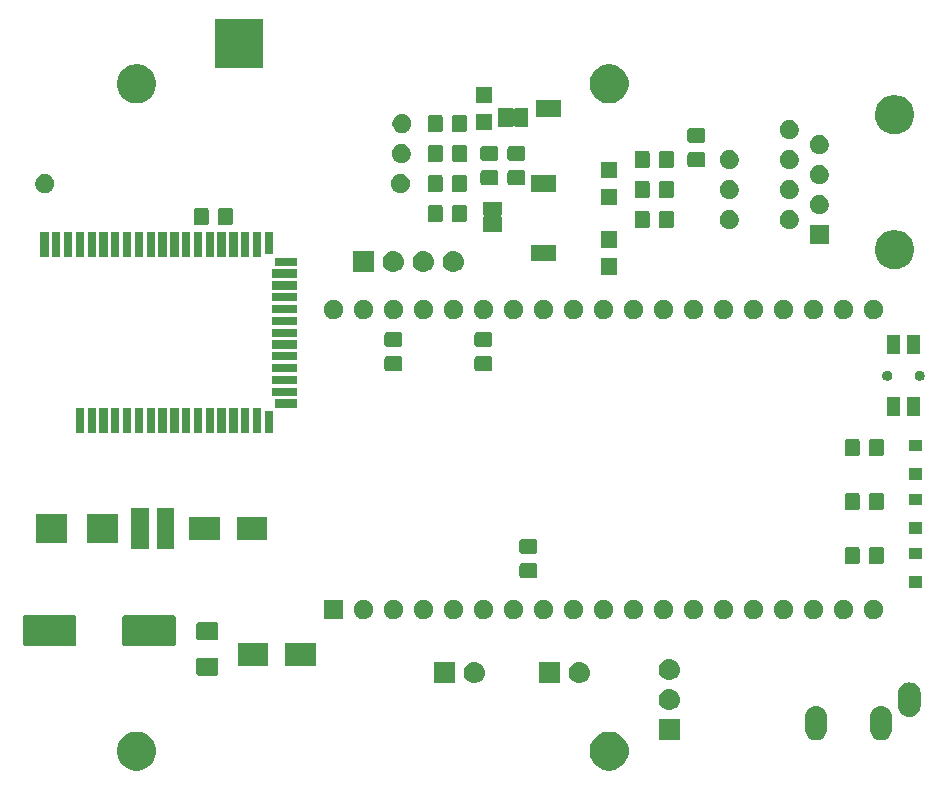
<source format=gts>
G04 #@! TF.GenerationSoftware,KiCad,Pcbnew,5.1.2+dfsg1-1*
G04 #@! TF.CreationDate,2019-08-13T22:45:40+02:00*
G04 #@! TF.ProjectId,bt-trx-dev-board,62742d74-7278-42d6-9465-762d626f6172,2.0*
G04 #@! TF.SameCoordinates,Original*
G04 #@! TF.FileFunction,Soldermask,Top*
G04 #@! TF.FilePolarity,Negative*
%FSLAX46Y46*%
G04 Gerber Fmt 4.6, Leading zero omitted, Abs format (unit mm)*
G04 Created by KiCad (PCBNEW 5.1.2+dfsg1-1) date 2019-08-13 22:45:40*
%MOMM*%
%LPD*%
G04 APERTURE LIST*
%ADD10C,0.100000*%
G04 APERTURE END LIST*
D10*
G36*
X171800256Y-125941298D02*
G01*
X171906579Y-125962447D01*
X172119037Y-126050450D01*
X172131695Y-126055693D01*
X172207042Y-126086903D01*
X172477451Y-126267585D01*
X172707415Y-126497549D01*
X172888097Y-126767958D01*
X173012553Y-127068421D01*
X173076000Y-127387391D01*
X173076000Y-127712609D01*
X173012553Y-128031579D01*
X172888097Y-128332042D01*
X172707415Y-128602451D01*
X172477451Y-128832415D01*
X172207042Y-129013097D01*
X171906579Y-129137553D01*
X171800256Y-129158702D01*
X171587611Y-129201000D01*
X171262389Y-129201000D01*
X171049744Y-129158702D01*
X170943421Y-129137553D01*
X170642958Y-129013097D01*
X170372549Y-128832415D01*
X170142585Y-128602451D01*
X169961903Y-128332042D01*
X169837447Y-128031579D01*
X169774000Y-127712609D01*
X169774000Y-127387391D01*
X169837447Y-127068421D01*
X169961903Y-126767958D01*
X170142585Y-126497549D01*
X170372549Y-126267585D01*
X170642958Y-126086903D01*
X170718306Y-126055693D01*
X170730963Y-126050450D01*
X170943421Y-125962447D01*
X171049744Y-125941298D01*
X171262389Y-125899000D01*
X171587611Y-125899000D01*
X171800256Y-125941298D01*
X171800256Y-125941298D01*
G37*
G36*
X131800256Y-125941298D02*
G01*
X131906579Y-125962447D01*
X132119037Y-126050450D01*
X132131695Y-126055693D01*
X132207042Y-126086903D01*
X132477451Y-126267585D01*
X132707415Y-126497549D01*
X132888097Y-126767958D01*
X133012553Y-127068421D01*
X133076000Y-127387391D01*
X133076000Y-127712609D01*
X133012553Y-128031579D01*
X132888097Y-128332042D01*
X132707415Y-128602451D01*
X132477451Y-128832415D01*
X132207042Y-129013097D01*
X131906579Y-129137553D01*
X131800256Y-129158702D01*
X131587611Y-129201000D01*
X131262389Y-129201000D01*
X131049744Y-129158702D01*
X130943421Y-129137553D01*
X130642958Y-129013097D01*
X130372549Y-128832415D01*
X130142585Y-128602451D01*
X129961903Y-128332042D01*
X129837447Y-128031579D01*
X129774000Y-127712609D01*
X129774000Y-127387391D01*
X129837447Y-127068421D01*
X129961903Y-126767958D01*
X130142585Y-126497549D01*
X130372549Y-126267585D01*
X130642958Y-126086903D01*
X130718306Y-126055693D01*
X130730963Y-126050450D01*
X130943421Y-125962447D01*
X131049744Y-125941298D01*
X131262389Y-125899000D01*
X131587611Y-125899000D01*
X131800256Y-125941298D01*
X131800256Y-125941298D01*
G37*
G36*
X194636425Y-123752760D02*
G01*
X194636428Y-123752761D01*
X194636429Y-123752761D01*
X194815693Y-123807140D01*
X194815696Y-123807142D01*
X194815697Y-123807142D01*
X194980903Y-123895446D01*
X195125712Y-124014288D01*
X195244554Y-124159097D01*
X195332858Y-124324303D01*
X195332860Y-124324307D01*
X195387239Y-124503571D01*
X195387240Y-124503575D01*
X195401000Y-124643282D01*
X195401000Y-125736718D01*
X195387240Y-125876425D01*
X195387239Y-125876428D01*
X195387239Y-125876429D01*
X195332860Y-126055693D01*
X195332858Y-126055696D01*
X195332858Y-126055697D01*
X195244554Y-126220903D01*
X195125712Y-126365712D01*
X194980903Y-126484554D01*
X194815696Y-126572858D01*
X194815692Y-126572860D01*
X194636428Y-126627239D01*
X194636427Y-126627239D01*
X194636424Y-126627240D01*
X194450000Y-126645601D01*
X194263575Y-126627240D01*
X194263572Y-126627239D01*
X194263571Y-126627239D01*
X194084307Y-126572860D01*
X194084303Y-126572858D01*
X193919097Y-126484554D01*
X193774288Y-126365712D01*
X193655446Y-126220903D01*
X193567142Y-126055696D01*
X193567141Y-126055693D01*
X193567140Y-126055692D01*
X193512761Y-125876428D01*
X193512761Y-125876427D01*
X193512760Y-125876424D01*
X193499000Y-125736717D01*
X193499000Y-124643282D01*
X193512760Y-124503570D01*
X193567140Y-124324308D01*
X193655447Y-124159097D01*
X193774289Y-124014288D01*
X193919098Y-123895446D01*
X194084304Y-123807142D01*
X194084305Y-123807142D01*
X194084308Y-123807140D01*
X194263572Y-123752761D01*
X194263573Y-123752761D01*
X194263576Y-123752760D01*
X194450000Y-123734399D01*
X194636425Y-123752760D01*
X194636425Y-123752760D01*
G37*
G36*
X189136425Y-123752760D02*
G01*
X189136428Y-123752761D01*
X189136429Y-123752761D01*
X189315693Y-123807140D01*
X189315696Y-123807142D01*
X189315697Y-123807142D01*
X189480903Y-123895446D01*
X189625712Y-124014288D01*
X189744554Y-124159097D01*
X189832858Y-124324303D01*
X189832860Y-124324307D01*
X189887239Y-124503571D01*
X189887240Y-124503575D01*
X189901000Y-124643282D01*
X189901000Y-125736718D01*
X189887240Y-125876425D01*
X189887239Y-125876428D01*
X189887239Y-125876429D01*
X189832860Y-126055693D01*
X189832858Y-126055696D01*
X189832858Y-126055697D01*
X189744554Y-126220903D01*
X189625712Y-126365712D01*
X189480903Y-126484554D01*
X189315696Y-126572858D01*
X189315692Y-126572860D01*
X189136428Y-126627239D01*
X189136427Y-126627239D01*
X189136424Y-126627240D01*
X188950000Y-126645601D01*
X188763575Y-126627240D01*
X188763572Y-126627239D01*
X188763571Y-126627239D01*
X188584307Y-126572860D01*
X188584303Y-126572858D01*
X188419097Y-126484554D01*
X188274288Y-126365712D01*
X188155446Y-126220903D01*
X188067142Y-126055696D01*
X188067141Y-126055693D01*
X188067140Y-126055692D01*
X188012761Y-125876428D01*
X188012761Y-125876427D01*
X188012760Y-125876424D01*
X187999000Y-125736717D01*
X187999000Y-124643282D01*
X188012760Y-124503570D01*
X188067140Y-124324308D01*
X188155447Y-124159097D01*
X188274289Y-124014288D01*
X188419098Y-123895446D01*
X188584304Y-123807142D01*
X188584305Y-123807142D01*
X188584308Y-123807140D01*
X188763572Y-123752761D01*
X188763573Y-123752761D01*
X188763576Y-123752760D01*
X188950000Y-123734399D01*
X189136425Y-123752760D01*
X189136425Y-123752760D01*
G37*
G36*
X177431000Y-126631000D02*
G01*
X175629000Y-126631000D01*
X175629000Y-124829000D01*
X177431000Y-124829000D01*
X177431000Y-126631000D01*
X177431000Y-126631000D01*
G37*
G36*
X197036425Y-121752760D02*
G01*
X197036428Y-121752761D01*
X197036429Y-121752761D01*
X197215693Y-121807140D01*
X197215696Y-121807142D01*
X197215697Y-121807142D01*
X197380903Y-121895446D01*
X197525712Y-122014288D01*
X197644554Y-122159097D01*
X197732858Y-122324303D01*
X197732860Y-122324307D01*
X197787239Y-122503571D01*
X197787240Y-122503575D01*
X197801000Y-122643282D01*
X197801000Y-123736718D01*
X197787240Y-123876425D01*
X197787239Y-123876428D01*
X197787239Y-123876429D01*
X197732860Y-124055693D01*
X197732858Y-124055696D01*
X197732858Y-124055697D01*
X197644554Y-124220903D01*
X197525712Y-124365712D01*
X197380903Y-124484554D01*
X197215696Y-124572858D01*
X197215692Y-124572860D01*
X197036428Y-124627239D01*
X197036427Y-124627239D01*
X197036424Y-124627240D01*
X196850000Y-124645601D01*
X196663575Y-124627240D01*
X196663572Y-124627239D01*
X196663571Y-124627239D01*
X196484307Y-124572860D01*
X196484303Y-124572858D01*
X196319097Y-124484554D01*
X196174288Y-124365712D01*
X196055446Y-124220903D01*
X195967142Y-124055696D01*
X195967141Y-124055693D01*
X195967140Y-124055692D01*
X195912761Y-123876428D01*
X195912761Y-123876427D01*
X195912760Y-123876424D01*
X195899000Y-123736717D01*
X195899000Y-122643282D01*
X195912760Y-122503570D01*
X195967140Y-122324308D01*
X196055447Y-122159097D01*
X196174289Y-122014288D01*
X196319098Y-121895446D01*
X196484304Y-121807142D01*
X196484305Y-121807142D01*
X196484308Y-121807140D01*
X196663572Y-121752761D01*
X196663573Y-121752761D01*
X196663576Y-121752760D01*
X196850000Y-121734399D01*
X197036425Y-121752760D01*
X197036425Y-121752760D01*
G37*
G36*
X176640443Y-122295519D02*
G01*
X176706627Y-122302037D01*
X176876466Y-122353557D01*
X177032991Y-122437222D01*
X177068729Y-122466552D01*
X177170186Y-122549814D01*
X177246892Y-122643282D01*
X177282778Y-122687009D01*
X177366443Y-122843534D01*
X177417963Y-123013373D01*
X177435359Y-123190000D01*
X177417963Y-123366627D01*
X177366443Y-123536466D01*
X177282778Y-123692991D01*
X177253448Y-123728729D01*
X177170186Y-123830186D01*
X177090665Y-123895446D01*
X177032991Y-123942778D01*
X176876466Y-124026443D01*
X176706627Y-124077963D01*
X176640442Y-124084482D01*
X176574260Y-124091000D01*
X176485740Y-124091000D01*
X176419558Y-124084482D01*
X176353373Y-124077963D01*
X176183534Y-124026443D01*
X176027009Y-123942778D01*
X175969335Y-123895446D01*
X175889814Y-123830186D01*
X175806552Y-123728729D01*
X175777222Y-123692991D01*
X175693557Y-123536466D01*
X175642037Y-123366627D01*
X175624641Y-123190000D01*
X175642037Y-123013373D01*
X175693557Y-122843534D01*
X175777222Y-122687009D01*
X175813108Y-122643282D01*
X175889814Y-122549814D01*
X175991271Y-122466552D01*
X176027009Y-122437222D01*
X176183534Y-122353557D01*
X176353373Y-122302037D01*
X176419557Y-122295519D01*
X176485740Y-122289000D01*
X176574260Y-122289000D01*
X176640443Y-122295519D01*
X176640443Y-122295519D01*
G37*
G36*
X160130443Y-120009519D02*
G01*
X160196627Y-120016037D01*
X160366466Y-120067557D01*
X160522991Y-120151222D01*
X160558729Y-120180552D01*
X160660186Y-120263814D01*
X160715323Y-120331000D01*
X160772778Y-120401009D01*
X160856443Y-120557534D01*
X160907963Y-120727373D01*
X160925359Y-120904000D01*
X160907963Y-121080627D01*
X160856443Y-121250466D01*
X160772778Y-121406991D01*
X160743448Y-121442729D01*
X160660186Y-121544186D01*
X160558729Y-121627448D01*
X160522991Y-121656778D01*
X160522989Y-121656779D01*
X160377774Y-121734399D01*
X160366466Y-121740443D01*
X160196627Y-121791963D01*
X160130442Y-121798482D01*
X160064260Y-121805000D01*
X159975740Y-121805000D01*
X159909558Y-121798482D01*
X159843373Y-121791963D01*
X159673534Y-121740443D01*
X159662227Y-121734399D01*
X159517011Y-121656779D01*
X159517009Y-121656778D01*
X159481271Y-121627448D01*
X159379814Y-121544186D01*
X159296552Y-121442729D01*
X159267222Y-121406991D01*
X159183557Y-121250466D01*
X159132037Y-121080627D01*
X159114641Y-120904000D01*
X159132037Y-120727373D01*
X159183557Y-120557534D01*
X159267222Y-120401009D01*
X159324677Y-120331000D01*
X159379814Y-120263814D01*
X159481271Y-120180552D01*
X159517009Y-120151222D01*
X159673534Y-120067557D01*
X159843373Y-120016037D01*
X159909557Y-120009519D01*
X159975740Y-120003000D01*
X160064260Y-120003000D01*
X160130443Y-120009519D01*
X160130443Y-120009519D01*
G37*
G36*
X169020443Y-120009519D02*
G01*
X169086627Y-120016037D01*
X169256466Y-120067557D01*
X169412991Y-120151222D01*
X169448729Y-120180552D01*
X169550186Y-120263814D01*
X169605323Y-120331000D01*
X169662778Y-120401009D01*
X169746443Y-120557534D01*
X169797963Y-120727373D01*
X169815359Y-120904000D01*
X169797963Y-121080627D01*
X169746443Y-121250466D01*
X169662778Y-121406991D01*
X169633448Y-121442729D01*
X169550186Y-121544186D01*
X169448729Y-121627448D01*
X169412991Y-121656778D01*
X169412989Y-121656779D01*
X169267774Y-121734399D01*
X169256466Y-121740443D01*
X169086627Y-121791963D01*
X169020442Y-121798482D01*
X168954260Y-121805000D01*
X168865740Y-121805000D01*
X168799558Y-121798482D01*
X168733373Y-121791963D01*
X168563534Y-121740443D01*
X168552227Y-121734399D01*
X168407011Y-121656779D01*
X168407009Y-121656778D01*
X168371271Y-121627448D01*
X168269814Y-121544186D01*
X168186552Y-121442729D01*
X168157222Y-121406991D01*
X168073557Y-121250466D01*
X168022037Y-121080627D01*
X168004641Y-120904000D01*
X168022037Y-120727373D01*
X168073557Y-120557534D01*
X168157222Y-120401009D01*
X168214677Y-120331000D01*
X168269814Y-120263814D01*
X168371271Y-120180552D01*
X168407009Y-120151222D01*
X168563534Y-120067557D01*
X168733373Y-120016037D01*
X168799557Y-120009519D01*
X168865740Y-120003000D01*
X168954260Y-120003000D01*
X169020443Y-120009519D01*
X169020443Y-120009519D01*
G37*
G36*
X167271000Y-121805000D02*
G01*
X165469000Y-121805000D01*
X165469000Y-120003000D01*
X167271000Y-120003000D01*
X167271000Y-121805000D01*
X167271000Y-121805000D01*
G37*
G36*
X158381000Y-121805000D02*
G01*
X156579000Y-121805000D01*
X156579000Y-120003000D01*
X158381000Y-120003000D01*
X158381000Y-121805000D01*
X158381000Y-121805000D01*
G37*
G36*
X176640442Y-119755518D02*
G01*
X176706627Y-119762037D01*
X176876466Y-119813557D01*
X177032991Y-119897222D01*
X177036857Y-119900395D01*
X177170186Y-120009814D01*
X177253448Y-120111271D01*
X177282778Y-120147009D01*
X177366443Y-120303534D01*
X177417963Y-120473373D01*
X177435359Y-120650000D01*
X177417963Y-120826627D01*
X177366443Y-120996466D01*
X177282778Y-121152991D01*
X177280867Y-121155319D01*
X177170186Y-121290186D01*
X177068729Y-121373448D01*
X177032991Y-121402778D01*
X176876466Y-121486443D01*
X176706627Y-121537963D01*
X176643453Y-121544185D01*
X176574260Y-121551000D01*
X176485740Y-121551000D01*
X176416547Y-121544185D01*
X176353373Y-121537963D01*
X176183534Y-121486443D01*
X176027009Y-121402778D01*
X175991271Y-121373448D01*
X175889814Y-121290186D01*
X175779133Y-121155319D01*
X175777222Y-121152991D01*
X175693557Y-120996466D01*
X175642037Y-120826627D01*
X175624641Y-120650000D01*
X175642037Y-120473373D01*
X175693557Y-120303534D01*
X175777222Y-120147009D01*
X175806552Y-120111271D01*
X175889814Y-120009814D01*
X176023143Y-119900395D01*
X176027009Y-119897222D01*
X176183534Y-119813557D01*
X176353373Y-119762037D01*
X176419558Y-119755518D01*
X176485740Y-119749000D01*
X176574260Y-119749000D01*
X176640442Y-119755518D01*
X176640442Y-119755518D01*
G37*
G36*
X138189562Y-119636681D02*
G01*
X138224481Y-119647274D01*
X138256663Y-119664476D01*
X138284873Y-119687627D01*
X138308024Y-119715837D01*
X138325226Y-119748019D01*
X138335819Y-119782938D01*
X138340000Y-119825395D01*
X138340000Y-120966605D01*
X138335819Y-121009062D01*
X138325226Y-121043981D01*
X138308024Y-121076163D01*
X138284873Y-121104373D01*
X138256663Y-121127524D01*
X138224481Y-121144726D01*
X138189562Y-121155319D01*
X138147105Y-121159500D01*
X136680895Y-121159500D01*
X136638438Y-121155319D01*
X136603519Y-121144726D01*
X136571337Y-121127524D01*
X136543127Y-121104373D01*
X136519976Y-121076163D01*
X136502774Y-121043981D01*
X136492181Y-121009062D01*
X136488000Y-120966605D01*
X136488000Y-119825395D01*
X136492181Y-119782938D01*
X136502774Y-119748019D01*
X136519976Y-119715837D01*
X136543127Y-119687627D01*
X136571337Y-119664476D01*
X136603519Y-119647274D01*
X136638438Y-119636681D01*
X136680895Y-119632500D01*
X138147105Y-119632500D01*
X138189562Y-119636681D01*
X138189562Y-119636681D01*
G37*
G36*
X142589000Y-120331000D02*
G01*
X139987000Y-120331000D01*
X139987000Y-118429000D01*
X142589000Y-118429000D01*
X142589000Y-120331000D01*
X142589000Y-120331000D01*
G37*
G36*
X146589000Y-120331000D02*
G01*
X143987000Y-120331000D01*
X143987000Y-118429000D01*
X146589000Y-118429000D01*
X146589000Y-120331000D01*
X146589000Y-120331000D01*
G37*
G36*
X134591934Y-116050671D02*
G01*
X134621877Y-116059754D01*
X134649465Y-116074500D01*
X134673651Y-116094349D01*
X134693500Y-116118535D01*
X134708246Y-116146123D01*
X134717329Y-116176066D01*
X134721000Y-116213340D01*
X134721000Y-118482660D01*
X134717329Y-118519934D01*
X134708246Y-118549877D01*
X134693500Y-118577465D01*
X134673651Y-118601651D01*
X134649465Y-118621500D01*
X134621877Y-118636246D01*
X134591934Y-118645329D01*
X134554660Y-118649000D01*
X130385340Y-118649000D01*
X130348066Y-118645329D01*
X130318123Y-118636246D01*
X130290535Y-118621500D01*
X130266349Y-118601651D01*
X130246500Y-118577465D01*
X130231754Y-118549877D01*
X130222671Y-118519934D01*
X130219000Y-118482660D01*
X130219000Y-116213340D01*
X130222671Y-116176066D01*
X130231754Y-116146123D01*
X130246500Y-116118535D01*
X130266349Y-116094349D01*
X130290535Y-116074500D01*
X130318123Y-116059754D01*
X130348066Y-116050671D01*
X130385340Y-116047000D01*
X134554660Y-116047000D01*
X134591934Y-116050671D01*
X134591934Y-116050671D01*
G37*
G36*
X126191934Y-116050671D02*
G01*
X126221877Y-116059754D01*
X126249465Y-116074500D01*
X126273651Y-116094349D01*
X126293500Y-116118535D01*
X126308246Y-116146123D01*
X126317329Y-116176066D01*
X126321000Y-116213340D01*
X126321000Y-118482660D01*
X126317329Y-118519934D01*
X126308246Y-118549877D01*
X126293500Y-118577465D01*
X126273651Y-118601651D01*
X126249465Y-118621500D01*
X126221877Y-118636246D01*
X126191934Y-118645329D01*
X126154660Y-118649000D01*
X121985340Y-118649000D01*
X121948066Y-118645329D01*
X121918123Y-118636246D01*
X121890535Y-118621500D01*
X121866349Y-118601651D01*
X121846500Y-118577465D01*
X121831754Y-118549877D01*
X121822671Y-118519934D01*
X121819000Y-118482660D01*
X121819000Y-116213340D01*
X121822671Y-116176066D01*
X121831754Y-116146123D01*
X121846500Y-116118535D01*
X121866349Y-116094349D01*
X121890535Y-116074500D01*
X121918123Y-116059754D01*
X121948066Y-116050671D01*
X121985340Y-116047000D01*
X126154660Y-116047000D01*
X126191934Y-116050671D01*
X126191934Y-116050671D01*
G37*
G36*
X138189562Y-116661681D02*
G01*
X138224481Y-116672274D01*
X138256663Y-116689476D01*
X138284873Y-116712627D01*
X138308024Y-116740837D01*
X138325226Y-116773019D01*
X138335819Y-116807938D01*
X138340000Y-116850395D01*
X138340000Y-117991605D01*
X138335819Y-118034062D01*
X138325226Y-118068981D01*
X138308024Y-118101163D01*
X138284873Y-118129373D01*
X138256663Y-118152524D01*
X138224481Y-118169726D01*
X138189562Y-118180319D01*
X138147105Y-118184500D01*
X136680895Y-118184500D01*
X136638438Y-118180319D01*
X136603519Y-118169726D01*
X136571337Y-118152524D01*
X136543127Y-118129373D01*
X136519976Y-118101163D01*
X136502774Y-118068981D01*
X136492181Y-118034062D01*
X136488000Y-117991605D01*
X136488000Y-116850395D01*
X136492181Y-116807938D01*
X136502774Y-116773019D01*
X136519976Y-116740837D01*
X136543127Y-116712627D01*
X136571337Y-116689476D01*
X136603519Y-116672274D01*
X136638438Y-116661681D01*
X136680895Y-116657500D01*
X138147105Y-116657500D01*
X138189562Y-116661681D01*
X138189562Y-116661681D01*
G37*
G36*
X150864394Y-114770934D02*
G01*
X151015624Y-114833576D01*
X151015626Y-114833577D01*
X151151732Y-114924520D01*
X151267480Y-115040268D01*
X151358423Y-115176374D01*
X151358424Y-115176376D01*
X151421066Y-115327606D01*
X151453000Y-115488152D01*
X151453000Y-115651848D01*
X151421066Y-115812394D01*
X151358424Y-115963624D01*
X151358423Y-115963626D01*
X151267480Y-116099732D01*
X151151732Y-116215480D01*
X151015626Y-116306423D01*
X151015625Y-116306424D01*
X151015624Y-116306424D01*
X150864394Y-116369066D01*
X150703848Y-116401000D01*
X150540152Y-116401000D01*
X150379606Y-116369066D01*
X150228376Y-116306424D01*
X150228375Y-116306424D01*
X150228374Y-116306423D01*
X150092268Y-116215480D01*
X149976520Y-116099732D01*
X149885577Y-115963626D01*
X149885576Y-115963624D01*
X149822934Y-115812394D01*
X149791000Y-115651848D01*
X149791000Y-115488152D01*
X149822934Y-115327606D01*
X149885576Y-115176376D01*
X149885577Y-115176374D01*
X149976520Y-115040268D01*
X150092268Y-114924520D01*
X150228374Y-114833577D01*
X150228376Y-114833576D01*
X150379606Y-114770934D01*
X150540152Y-114739000D01*
X150703848Y-114739000D01*
X150864394Y-114770934D01*
X150864394Y-114770934D01*
G37*
G36*
X148913000Y-116401000D02*
G01*
X147251000Y-116401000D01*
X147251000Y-114739000D01*
X148913000Y-114739000D01*
X148913000Y-116401000D01*
X148913000Y-116401000D01*
G37*
G36*
X153404394Y-114770934D02*
G01*
X153555624Y-114833576D01*
X153555626Y-114833577D01*
X153691732Y-114924520D01*
X153807480Y-115040268D01*
X153898423Y-115176374D01*
X153898424Y-115176376D01*
X153961066Y-115327606D01*
X153993000Y-115488152D01*
X153993000Y-115651848D01*
X153961066Y-115812394D01*
X153898424Y-115963624D01*
X153898423Y-115963626D01*
X153807480Y-116099732D01*
X153691732Y-116215480D01*
X153555626Y-116306423D01*
X153555625Y-116306424D01*
X153555624Y-116306424D01*
X153404394Y-116369066D01*
X153243848Y-116401000D01*
X153080152Y-116401000D01*
X152919606Y-116369066D01*
X152768376Y-116306424D01*
X152768375Y-116306424D01*
X152768374Y-116306423D01*
X152632268Y-116215480D01*
X152516520Y-116099732D01*
X152425577Y-115963626D01*
X152425576Y-115963624D01*
X152362934Y-115812394D01*
X152331000Y-115651848D01*
X152331000Y-115488152D01*
X152362934Y-115327606D01*
X152425576Y-115176376D01*
X152425577Y-115176374D01*
X152516520Y-115040268D01*
X152632268Y-114924520D01*
X152768374Y-114833577D01*
X152768376Y-114833576D01*
X152919606Y-114770934D01*
X153080152Y-114739000D01*
X153243848Y-114739000D01*
X153404394Y-114770934D01*
X153404394Y-114770934D01*
G37*
G36*
X194044394Y-114770934D02*
G01*
X194195624Y-114833576D01*
X194195626Y-114833577D01*
X194331732Y-114924520D01*
X194447480Y-115040268D01*
X194538423Y-115176374D01*
X194538424Y-115176376D01*
X194601066Y-115327606D01*
X194633000Y-115488152D01*
X194633000Y-115651848D01*
X194601066Y-115812394D01*
X194538424Y-115963624D01*
X194538423Y-115963626D01*
X194447480Y-116099732D01*
X194331732Y-116215480D01*
X194195626Y-116306423D01*
X194195625Y-116306424D01*
X194195624Y-116306424D01*
X194044394Y-116369066D01*
X193883848Y-116401000D01*
X193720152Y-116401000D01*
X193559606Y-116369066D01*
X193408376Y-116306424D01*
X193408375Y-116306424D01*
X193408374Y-116306423D01*
X193272268Y-116215480D01*
X193156520Y-116099732D01*
X193065577Y-115963626D01*
X193065576Y-115963624D01*
X193002934Y-115812394D01*
X192971000Y-115651848D01*
X192971000Y-115488152D01*
X193002934Y-115327606D01*
X193065576Y-115176376D01*
X193065577Y-115176374D01*
X193156520Y-115040268D01*
X193272268Y-114924520D01*
X193408374Y-114833577D01*
X193408376Y-114833576D01*
X193559606Y-114770934D01*
X193720152Y-114739000D01*
X193883848Y-114739000D01*
X194044394Y-114770934D01*
X194044394Y-114770934D01*
G37*
G36*
X191504394Y-114770934D02*
G01*
X191655624Y-114833576D01*
X191655626Y-114833577D01*
X191791732Y-114924520D01*
X191907480Y-115040268D01*
X191998423Y-115176374D01*
X191998424Y-115176376D01*
X192061066Y-115327606D01*
X192093000Y-115488152D01*
X192093000Y-115651848D01*
X192061066Y-115812394D01*
X191998424Y-115963624D01*
X191998423Y-115963626D01*
X191907480Y-116099732D01*
X191791732Y-116215480D01*
X191655626Y-116306423D01*
X191655625Y-116306424D01*
X191655624Y-116306424D01*
X191504394Y-116369066D01*
X191343848Y-116401000D01*
X191180152Y-116401000D01*
X191019606Y-116369066D01*
X190868376Y-116306424D01*
X190868375Y-116306424D01*
X190868374Y-116306423D01*
X190732268Y-116215480D01*
X190616520Y-116099732D01*
X190525577Y-115963626D01*
X190525576Y-115963624D01*
X190462934Y-115812394D01*
X190431000Y-115651848D01*
X190431000Y-115488152D01*
X190462934Y-115327606D01*
X190525576Y-115176376D01*
X190525577Y-115176374D01*
X190616520Y-115040268D01*
X190732268Y-114924520D01*
X190868374Y-114833577D01*
X190868376Y-114833576D01*
X191019606Y-114770934D01*
X191180152Y-114739000D01*
X191343848Y-114739000D01*
X191504394Y-114770934D01*
X191504394Y-114770934D01*
G37*
G36*
X188964394Y-114770934D02*
G01*
X189115624Y-114833576D01*
X189115626Y-114833577D01*
X189251732Y-114924520D01*
X189367480Y-115040268D01*
X189458423Y-115176374D01*
X189458424Y-115176376D01*
X189521066Y-115327606D01*
X189553000Y-115488152D01*
X189553000Y-115651848D01*
X189521066Y-115812394D01*
X189458424Y-115963624D01*
X189458423Y-115963626D01*
X189367480Y-116099732D01*
X189251732Y-116215480D01*
X189115626Y-116306423D01*
X189115625Y-116306424D01*
X189115624Y-116306424D01*
X188964394Y-116369066D01*
X188803848Y-116401000D01*
X188640152Y-116401000D01*
X188479606Y-116369066D01*
X188328376Y-116306424D01*
X188328375Y-116306424D01*
X188328374Y-116306423D01*
X188192268Y-116215480D01*
X188076520Y-116099732D01*
X187985577Y-115963626D01*
X187985576Y-115963624D01*
X187922934Y-115812394D01*
X187891000Y-115651848D01*
X187891000Y-115488152D01*
X187922934Y-115327606D01*
X187985576Y-115176376D01*
X187985577Y-115176374D01*
X188076520Y-115040268D01*
X188192268Y-114924520D01*
X188328374Y-114833577D01*
X188328376Y-114833576D01*
X188479606Y-114770934D01*
X188640152Y-114739000D01*
X188803848Y-114739000D01*
X188964394Y-114770934D01*
X188964394Y-114770934D01*
G37*
G36*
X186424394Y-114770934D02*
G01*
X186575624Y-114833576D01*
X186575626Y-114833577D01*
X186711732Y-114924520D01*
X186827480Y-115040268D01*
X186918423Y-115176374D01*
X186918424Y-115176376D01*
X186981066Y-115327606D01*
X187013000Y-115488152D01*
X187013000Y-115651848D01*
X186981066Y-115812394D01*
X186918424Y-115963624D01*
X186918423Y-115963626D01*
X186827480Y-116099732D01*
X186711732Y-116215480D01*
X186575626Y-116306423D01*
X186575625Y-116306424D01*
X186575624Y-116306424D01*
X186424394Y-116369066D01*
X186263848Y-116401000D01*
X186100152Y-116401000D01*
X185939606Y-116369066D01*
X185788376Y-116306424D01*
X185788375Y-116306424D01*
X185788374Y-116306423D01*
X185652268Y-116215480D01*
X185536520Y-116099732D01*
X185445577Y-115963626D01*
X185445576Y-115963624D01*
X185382934Y-115812394D01*
X185351000Y-115651848D01*
X185351000Y-115488152D01*
X185382934Y-115327606D01*
X185445576Y-115176376D01*
X185445577Y-115176374D01*
X185536520Y-115040268D01*
X185652268Y-114924520D01*
X185788374Y-114833577D01*
X185788376Y-114833576D01*
X185939606Y-114770934D01*
X186100152Y-114739000D01*
X186263848Y-114739000D01*
X186424394Y-114770934D01*
X186424394Y-114770934D01*
G37*
G36*
X183884394Y-114770934D02*
G01*
X184035624Y-114833576D01*
X184035626Y-114833577D01*
X184171732Y-114924520D01*
X184287480Y-115040268D01*
X184378423Y-115176374D01*
X184378424Y-115176376D01*
X184441066Y-115327606D01*
X184473000Y-115488152D01*
X184473000Y-115651848D01*
X184441066Y-115812394D01*
X184378424Y-115963624D01*
X184378423Y-115963626D01*
X184287480Y-116099732D01*
X184171732Y-116215480D01*
X184035626Y-116306423D01*
X184035625Y-116306424D01*
X184035624Y-116306424D01*
X183884394Y-116369066D01*
X183723848Y-116401000D01*
X183560152Y-116401000D01*
X183399606Y-116369066D01*
X183248376Y-116306424D01*
X183248375Y-116306424D01*
X183248374Y-116306423D01*
X183112268Y-116215480D01*
X182996520Y-116099732D01*
X182905577Y-115963626D01*
X182905576Y-115963624D01*
X182842934Y-115812394D01*
X182811000Y-115651848D01*
X182811000Y-115488152D01*
X182842934Y-115327606D01*
X182905576Y-115176376D01*
X182905577Y-115176374D01*
X182996520Y-115040268D01*
X183112268Y-114924520D01*
X183248374Y-114833577D01*
X183248376Y-114833576D01*
X183399606Y-114770934D01*
X183560152Y-114739000D01*
X183723848Y-114739000D01*
X183884394Y-114770934D01*
X183884394Y-114770934D01*
G37*
G36*
X176264394Y-114770934D02*
G01*
X176415624Y-114833576D01*
X176415626Y-114833577D01*
X176551732Y-114924520D01*
X176667480Y-115040268D01*
X176758423Y-115176374D01*
X176758424Y-115176376D01*
X176821066Y-115327606D01*
X176853000Y-115488152D01*
X176853000Y-115651848D01*
X176821066Y-115812394D01*
X176758424Y-115963624D01*
X176758423Y-115963626D01*
X176667480Y-116099732D01*
X176551732Y-116215480D01*
X176415626Y-116306423D01*
X176415625Y-116306424D01*
X176415624Y-116306424D01*
X176264394Y-116369066D01*
X176103848Y-116401000D01*
X175940152Y-116401000D01*
X175779606Y-116369066D01*
X175628376Y-116306424D01*
X175628375Y-116306424D01*
X175628374Y-116306423D01*
X175492268Y-116215480D01*
X175376520Y-116099732D01*
X175285577Y-115963626D01*
X175285576Y-115963624D01*
X175222934Y-115812394D01*
X175191000Y-115651848D01*
X175191000Y-115488152D01*
X175222934Y-115327606D01*
X175285576Y-115176376D01*
X175285577Y-115176374D01*
X175376520Y-115040268D01*
X175492268Y-114924520D01*
X175628374Y-114833577D01*
X175628376Y-114833576D01*
X175779606Y-114770934D01*
X175940152Y-114739000D01*
X176103848Y-114739000D01*
X176264394Y-114770934D01*
X176264394Y-114770934D01*
G37*
G36*
X181344394Y-114770934D02*
G01*
X181495624Y-114833576D01*
X181495626Y-114833577D01*
X181631732Y-114924520D01*
X181747480Y-115040268D01*
X181838423Y-115176374D01*
X181838424Y-115176376D01*
X181901066Y-115327606D01*
X181933000Y-115488152D01*
X181933000Y-115651848D01*
X181901066Y-115812394D01*
X181838424Y-115963624D01*
X181838423Y-115963626D01*
X181747480Y-116099732D01*
X181631732Y-116215480D01*
X181495626Y-116306423D01*
X181495625Y-116306424D01*
X181495624Y-116306424D01*
X181344394Y-116369066D01*
X181183848Y-116401000D01*
X181020152Y-116401000D01*
X180859606Y-116369066D01*
X180708376Y-116306424D01*
X180708375Y-116306424D01*
X180708374Y-116306423D01*
X180572268Y-116215480D01*
X180456520Y-116099732D01*
X180365577Y-115963626D01*
X180365576Y-115963624D01*
X180302934Y-115812394D01*
X180271000Y-115651848D01*
X180271000Y-115488152D01*
X180302934Y-115327606D01*
X180365576Y-115176376D01*
X180365577Y-115176374D01*
X180456520Y-115040268D01*
X180572268Y-114924520D01*
X180708374Y-114833577D01*
X180708376Y-114833576D01*
X180859606Y-114770934D01*
X181020152Y-114739000D01*
X181183848Y-114739000D01*
X181344394Y-114770934D01*
X181344394Y-114770934D01*
G37*
G36*
X173724394Y-114770934D02*
G01*
X173875624Y-114833576D01*
X173875626Y-114833577D01*
X174011732Y-114924520D01*
X174127480Y-115040268D01*
X174218423Y-115176374D01*
X174218424Y-115176376D01*
X174281066Y-115327606D01*
X174313000Y-115488152D01*
X174313000Y-115651848D01*
X174281066Y-115812394D01*
X174218424Y-115963624D01*
X174218423Y-115963626D01*
X174127480Y-116099732D01*
X174011732Y-116215480D01*
X173875626Y-116306423D01*
X173875625Y-116306424D01*
X173875624Y-116306424D01*
X173724394Y-116369066D01*
X173563848Y-116401000D01*
X173400152Y-116401000D01*
X173239606Y-116369066D01*
X173088376Y-116306424D01*
X173088375Y-116306424D01*
X173088374Y-116306423D01*
X172952268Y-116215480D01*
X172836520Y-116099732D01*
X172745577Y-115963626D01*
X172745576Y-115963624D01*
X172682934Y-115812394D01*
X172651000Y-115651848D01*
X172651000Y-115488152D01*
X172682934Y-115327606D01*
X172745576Y-115176376D01*
X172745577Y-115176374D01*
X172836520Y-115040268D01*
X172952268Y-114924520D01*
X173088374Y-114833577D01*
X173088376Y-114833576D01*
X173239606Y-114770934D01*
X173400152Y-114739000D01*
X173563848Y-114739000D01*
X173724394Y-114770934D01*
X173724394Y-114770934D01*
G37*
G36*
X171184394Y-114770934D02*
G01*
X171335624Y-114833576D01*
X171335626Y-114833577D01*
X171471732Y-114924520D01*
X171587480Y-115040268D01*
X171678423Y-115176374D01*
X171678424Y-115176376D01*
X171741066Y-115327606D01*
X171773000Y-115488152D01*
X171773000Y-115651848D01*
X171741066Y-115812394D01*
X171678424Y-115963624D01*
X171678423Y-115963626D01*
X171587480Y-116099732D01*
X171471732Y-116215480D01*
X171335626Y-116306423D01*
X171335625Y-116306424D01*
X171335624Y-116306424D01*
X171184394Y-116369066D01*
X171023848Y-116401000D01*
X170860152Y-116401000D01*
X170699606Y-116369066D01*
X170548376Y-116306424D01*
X170548375Y-116306424D01*
X170548374Y-116306423D01*
X170412268Y-116215480D01*
X170296520Y-116099732D01*
X170205577Y-115963626D01*
X170205576Y-115963624D01*
X170142934Y-115812394D01*
X170111000Y-115651848D01*
X170111000Y-115488152D01*
X170142934Y-115327606D01*
X170205576Y-115176376D01*
X170205577Y-115176374D01*
X170296520Y-115040268D01*
X170412268Y-114924520D01*
X170548374Y-114833577D01*
X170548376Y-114833576D01*
X170699606Y-114770934D01*
X170860152Y-114739000D01*
X171023848Y-114739000D01*
X171184394Y-114770934D01*
X171184394Y-114770934D01*
G37*
G36*
X168644394Y-114770934D02*
G01*
X168795624Y-114833576D01*
X168795626Y-114833577D01*
X168931732Y-114924520D01*
X169047480Y-115040268D01*
X169138423Y-115176374D01*
X169138424Y-115176376D01*
X169201066Y-115327606D01*
X169233000Y-115488152D01*
X169233000Y-115651848D01*
X169201066Y-115812394D01*
X169138424Y-115963624D01*
X169138423Y-115963626D01*
X169047480Y-116099732D01*
X168931732Y-116215480D01*
X168795626Y-116306423D01*
X168795625Y-116306424D01*
X168795624Y-116306424D01*
X168644394Y-116369066D01*
X168483848Y-116401000D01*
X168320152Y-116401000D01*
X168159606Y-116369066D01*
X168008376Y-116306424D01*
X168008375Y-116306424D01*
X168008374Y-116306423D01*
X167872268Y-116215480D01*
X167756520Y-116099732D01*
X167665577Y-115963626D01*
X167665576Y-115963624D01*
X167602934Y-115812394D01*
X167571000Y-115651848D01*
X167571000Y-115488152D01*
X167602934Y-115327606D01*
X167665576Y-115176376D01*
X167665577Y-115176374D01*
X167756520Y-115040268D01*
X167872268Y-114924520D01*
X168008374Y-114833577D01*
X168008376Y-114833576D01*
X168159606Y-114770934D01*
X168320152Y-114739000D01*
X168483848Y-114739000D01*
X168644394Y-114770934D01*
X168644394Y-114770934D01*
G37*
G36*
X166104394Y-114770934D02*
G01*
X166255624Y-114833576D01*
X166255626Y-114833577D01*
X166391732Y-114924520D01*
X166507480Y-115040268D01*
X166598423Y-115176374D01*
X166598424Y-115176376D01*
X166661066Y-115327606D01*
X166693000Y-115488152D01*
X166693000Y-115651848D01*
X166661066Y-115812394D01*
X166598424Y-115963624D01*
X166598423Y-115963626D01*
X166507480Y-116099732D01*
X166391732Y-116215480D01*
X166255626Y-116306423D01*
X166255625Y-116306424D01*
X166255624Y-116306424D01*
X166104394Y-116369066D01*
X165943848Y-116401000D01*
X165780152Y-116401000D01*
X165619606Y-116369066D01*
X165468376Y-116306424D01*
X165468375Y-116306424D01*
X165468374Y-116306423D01*
X165332268Y-116215480D01*
X165216520Y-116099732D01*
X165125577Y-115963626D01*
X165125576Y-115963624D01*
X165062934Y-115812394D01*
X165031000Y-115651848D01*
X165031000Y-115488152D01*
X165062934Y-115327606D01*
X165125576Y-115176376D01*
X165125577Y-115176374D01*
X165216520Y-115040268D01*
X165332268Y-114924520D01*
X165468374Y-114833577D01*
X165468376Y-114833576D01*
X165619606Y-114770934D01*
X165780152Y-114739000D01*
X165943848Y-114739000D01*
X166104394Y-114770934D01*
X166104394Y-114770934D01*
G37*
G36*
X163564394Y-114770934D02*
G01*
X163715624Y-114833576D01*
X163715626Y-114833577D01*
X163851732Y-114924520D01*
X163967480Y-115040268D01*
X164058423Y-115176374D01*
X164058424Y-115176376D01*
X164121066Y-115327606D01*
X164153000Y-115488152D01*
X164153000Y-115651848D01*
X164121066Y-115812394D01*
X164058424Y-115963624D01*
X164058423Y-115963626D01*
X163967480Y-116099732D01*
X163851732Y-116215480D01*
X163715626Y-116306423D01*
X163715625Y-116306424D01*
X163715624Y-116306424D01*
X163564394Y-116369066D01*
X163403848Y-116401000D01*
X163240152Y-116401000D01*
X163079606Y-116369066D01*
X162928376Y-116306424D01*
X162928375Y-116306424D01*
X162928374Y-116306423D01*
X162792268Y-116215480D01*
X162676520Y-116099732D01*
X162585577Y-115963626D01*
X162585576Y-115963624D01*
X162522934Y-115812394D01*
X162491000Y-115651848D01*
X162491000Y-115488152D01*
X162522934Y-115327606D01*
X162585576Y-115176376D01*
X162585577Y-115176374D01*
X162676520Y-115040268D01*
X162792268Y-114924520D01*
X162928374Y-114833577D01*
X162928376Y-114833576D01*
X163079606Y-114770934D01*
X163240152Y-114739000D01*
X163403848Y-114739000D01*
X163564394Y-114770934D01*
X163564394Y-114770934D01*
G37*
G36*
X158484394Y-114770934D02*
G01*
X158635624Y-114833576D01*
X158635626Y-114833577D01*
X158771732Y-114924520D01*
X158887480Y-115040268D01*
X158978423Y-115176374D01*
X158978424Y-115176376D01*
X159041066Y-115327606D01*
X159073000Y-115488152D01*
X159073000Y-115651848D01*
X159041066Y-115812394D01*
X158978424Y-115963624D01*
X158978423Y-115963626D01*
X158887480Y-116099732D01*
X158771732Y-116215480D01*
X158635626Y-116306423D01*
X158635625Y-116306424D01*
X158635624Y-116306424D01*
X158484394Y-116369066D01*
X158323848Y-116401000D01*
X158160152Y-116401000D01*
X157999606Y-116369066D01*
X157848376Y-116306424D01*
X157848375Y-116306424D01*
X157848374Y-116306423D01*
X157712268Y-116215480D01*
X157596520Y-116099732D01*
X157505577Y-115963626D01*
X157505576Y-115963624D01*
X157442934Y-115812394D01*
X157411000Y-115651848D01*
X157411000Y-115488152D01*
X157442934Y-115327606D01*
X157505576Y-115176376D01*
X157505577Y-115176374D01*
X157596520Y-115040268D01*
X157712268Y-114924520D01*
X157848374Y-114833577D01*
X157848376Y-114833576D01*
X157999606Y-114770934D01*
X158160152Y-114739000D01*
X158323848Y-114739000D01*
X158484394Y-114770934D01*
X158484394Y-114770934D01*
G37*
G36*
X161024394Y-114770934D02*
G01*
X161175624Y-114833576D01*
X161175626Y-114833577D01*
X161311732Y-114924520D01*
X161427480Y-115040268D01*
X161518423Y-115176374D01*
X161518424Y-115176376D01*
X161581066Y-115327606D01*
X161613000Y-115488152D01*
X161613000Y-115651848D01*
X161581066Y-115812394D01*
X161518424Y-115963624D01*
X161518423Y-115963626D01*
X161427480Y-116099732D01*
X161311732Y-116215480D01*
X161175626Y-116306423D01*
X161175625Y-116306424D01*
X161175624Y-116306424D01*
X161024394Y-116369066D01*
X160863848Y-116401000D01*
X160700152Y-116401000D01*
X160539606Y-116369066D01*
X160388376Y-116306424D01*
X160388375Y-116306424D01*
X160388374Y-116306423D01*
X160252268Y-116215480D01*
X160136520Y-116099732D01*
X160045577Y-115963626D01*
X160045576Y-115963624D01*
X159982934Y-115812394D01*
X159951000Y-115651848D01*
X159951000Y-115488152D01*
X159982934Y-115327606D01*
X160045576Y-115176376D01*
X160045577Y-115176374D01*
X160136520Y-115040268D01*
X160252268Y-114924520D01*
X160388374Y-114833577D01*
X160388376Y-114833576D01*
X160539606Y-114770934D01*
X160700152Y-114739000D01*
X160863848Y-114739000D01*
X161024394Y-114770934D01*
X161024394Y-114770934D01*
G37*
G36*
X155944394Y-114770934D02*
G01*
X156095624Y-114833576D01*
X156095626Y-114833577D01*
X156231732Y-114924520D01*
X156347480Y-115040268D01*
X156438423Y-115176374D01*
X156438424Y-115176376D01*
X156501066Y-115327606D01*
X156533000Y-115488152D01*
X156533000Y-115651848D01*
X156501066Y-115812394D01*
X156438424Y-115963624D01*
X156438423Y-115963626D01*
X156347480Y-116099732D01*
X156231732Y-116215480D01*
X156095626Y-116306423D01*
X156095625Y-116306424D01*
X156095624Y-116306424D01*
X155944394Y-116369066D01*
X155783848Y-116401000D01*
X155620152Y-116401000D01*
X155459606Y-116369066D01*
X155308376Y-116306424D01*
X155308375Y-116306424D01*
X155308374Y-116306423D01*
X155172268Y-116215480D01*
X155056520Y-116099732D01*
X154965577Y-115963626D01*
X154965576Y-115963624D01*
X154902934Y-115812394D01*
X154871000Y-115651848D01*
X154871000Y-115488152D01*
X154902934Y-115327606D01*
X154965576Y-115176376D01*
X154965577Y-115176374D01*
X155056520Y-115040268D01*
X155172268Y-114924520D01*
X155308374Y-114833577D01*
X155308376Y-114833576D01*
X155459606Y-114770934D01*
X155620152Y-114739000D01*
X155783848Y-114739000D01*
X155944394Y-114770934D01*
X155944394Y-114770934D01*
G37*
G36*
X178804394Y-114770934D02*
G01*
X178955624Y-114833576D01*
X178955626Y-114833577D01*
X179091732Y-114924520D01*
X179207480Y-115040268D01*
X179298423Y-115176374D01*
X179298424Y-115176376D01*
X179361066Y-115327606D01*
X179393000Y-115488152D01*
X179393000Y-115651848D01*
X179361066Y-115812394D01*
X179298424Y-115963624D01*
X179298423Y-115963626D01*
X179207480Y-116099732D01*
X179091732Y-116215480D01*
X178955626Y-116306423D01*
X178955625Y-116306424D01*
X178955624Y-116306424D01*
X178804394Y-116369066D01*
X178643848Y-116401000D01*
X178480152Y-116401000D01*
X178319606Y-116369066D01*
X178168376Y-116306424D01*
X178168375Y-116306424D01*
X178168374Y-116306423D01*
X178032268Y-116215480D01*
X177916520Y-116099732D01*
X177825577Y-115963626D01*
X177825576Y-115963624D01*
X177762934Y-115812394D01*
X177731000Y-115651848D01*
X177731000Y-115488152D01*
X177762934Y-115327606D01*
X177825576Y-115176376D01*
X177825577Y-115176374D01*
X177916520Y-115040268D01*
X178032268Y-114924520D01*
X178168374Y-114833577D01*
X178168376Y-114833576D01*
X178319606Y-114770934D01*
X178480152Y-114739000D01*
X178643848Y-114739000D01*
X178804394Y-114770934D01*
X178804394Y-114770934D01*
G37*
G36*
X197908431Y-112713569D02*
G01*
X197909000Y-112719339D01*
X197909000Y-113708657D01*
X197908431Y-113714431D01*
X197902657Y-113715000D01*
X196813343Y-113715000D01*
X196807569Y-113714431D01*
X196807000Y-113708657D01*
X196807000Y-112719339D01*
X196807569Y-112713569D01*
X196813343Y-112713000D01*
X197902657Y-112713000D01*
X197908431Y-112713569D01*
X197908431Y-112713569D01*
G37*
G36*
X165180674Y-111646465D02*
G01*
X165218367Y-111657899D01*
X165253103Y-111676466D01*
X165283548Y-111701452D01*
X165308534Y-111731897D01*
X165327101Y-111766633D01*
X165338535Y-111804326D01*
X165343000Y-111849661D01*
X165343000Y-112686339D01*
X165338535Y-112731674D01*
X165327101Y-112769367D01*
X165308534Y-112804103D01*
X165283548Y-112834548D01*
X165253103Y-112859534D01*
X165218367Y-112878101D01*
X165180674Y-112889535D01*
X165135339Y-112894000D01*
X164048661Y-112894000D01*
X164003326Y-112889535D01*
X163965633Y-112878101D01*
X163930897Y-112859534D01*
X163900452Y-112834548D01*
X163875466Y-112804103D01*
X163856899Y-112769367D01*
X163845465Y-112731674D01*
X163841000Y-112686339D01*
X163841000Y-111849661D01*
X163845465Y-111804326D01*
X163856899Y-111766633D01*
X163875466Y-111731897D01*
X163900452Y-111701452D01*
X163930897Y-111676466D01*
X163965633Y-111657899D01*
X164003326Y-111646465D01*
X164048661Y-111642000D01*
X165135339Y-111642000D01*
X165180674Y-111646465D01*
X165180674Y-111646465D01*
G37*
G36*
X194528674Y-110251465D02*
G01*
X194566367Y-110262899D01*
X194601103Y-110281466D01*
X194631548Y-110306452D01*
X194656534Y-110336897D01*
X194675101Y-110371633D01*
X194686535Y-110409326D01*
X194691000Y-110454661D01*
X194691000Y-111541339D01*
X194686535Y-111586674D01*
X194675101Y-111624367D01*
X194656534Y-111659103D01*
X194631548Y-111689548D01*
X194601103Y-111714534D01*
X194566367Y-111733101D01*
X194528674Y-111744535D01*
X194483339Y-111749000D01*
X193646661Y-111749000D01*
X193601326Y-111744535D01*
X193563633Y-111733101D01*
X193528897Y-111714534D01*
X193498452Y-111689548D01*
X193473466Y-111659103D01*
X193454899Y-111624367D01*
X193443465Y-111586674D01*
X193439000Y-111541339D01*
X193439000Y-110454661D01*
X193443465Y-110409326D01*
X193454899Y-110371633D01*
X193473466Y-110336897D01*
X193498452Y-110306452D01*
X193528897Y-110281466D01*
X193563633Y-110262899D01*
X193601326Y-110251465D01*
X193646661Y-110247000D01*
X194483339Y-110247000D01*
X194528674Y-110251465D01*
X194528674Y-110251465D01*
G37*
G36*
X192478674Y-110251465D02*
G01*
X192516367Y-110262899D01*
X192551103Y-110281466D01*
X192581548Y-110306452D01*
X192606534Y-110336897D01*
X192625101Y-110371633D01*
X192636535Y-110409326D01*
X192641000Y-110454661D01*
X192641000Y-111541339D01*
X192636535Y-111586674D01*
X192625101Y-111624367D01*
X192606534Y-111659103D01*
X192581548Y-111689548D01*
X192551103Y-111714534D01*
X192516367Y-111733101D01*
X192478674Y-111744535D01*
X192433339Y-111749000D01*
X191596661Y-111749000D01*
X191551326Y-111744535D01*
X191513633Y-111733101D01*
X191478897Y-111714534D01*
X191448452Y-111689548D01*
X191423466Y-111659103D01*
X191404899Y-111624367D01*
X191393465Y-111586674D01*
X191389000Y-111541339D01*
X191389000Y-110454661D01*
X191393465Y-110409326D01*
X191404899Y-110371633D01*
X191423466Y-110336897D01*
X191448452Y-110306452D01*
X191478897Y-110281466D01*
X191513633Y-110262899D01*
X191551326Y-110251465D01*
X191596661Y-110247000D01*
X192433339Y-110247000D01*
X192478674Y-110251465D01*
X192478674Y-110251465D01*
G37*
G36*
X197908431Y-110313569D02*
G01*
X197909000Y-110319339D01*
X197909000Y-111308657D01*
X197908431Y-111314431D01*
X197902657Y-111315000D01*
X196813343Y-111315000D01*
X196807569Y-111314431D01*
X196807000Y-111308657D01*
X196807000Y-110319339D01*
X196807569Y-110313569D01*
X196813343Y-110313000D01*
X197902657Y-110313000D01*
X197908431Y-110313569D01*
X197908431Y-110313569D01*
G37*
G36*
X165180674Y-109596465D02*
G01*
X165218367Y-109607899D01*
X165253103Y-109626466D01*
X165283548Y-109651452D01*
X165308534Y-109681897D01*
X165327101Y-109716633D01*
X165338535Y-109754326D01*
X165343000Y-109799661D01*
X165343000Y-110636339D01*
X165338535Y-110681674D01*
X165327101Y-110719367D01*
X165308534Y-110754103D01*
X165283548Y-110784548D01*
X165253103Y-110809534D01*
X165218367Y-110828101D01*
X165180674Y-110839535D01*
X165135339Y-110844000D01*
X164048661Y-110844000D01*
X164003326Y-110839535D01*
X163965633Y-110828101D01*
X163930897Y-110809534D01*
X163900452Y-110784548D01*
X163875466Y-110754103D01*
X163856899Y-110719367D01*
X163845465Y-110681674D01*
X163841000Y-110636339D01*
X163841000Y-109799661D01*
X163845465Y-109754326D01*
X163856899Y-109716633D01*
X163875466Y-109681897D01*
X163900452Y-109651452D01*
X163930897Y-109626466D01*
X163965633Y-109607899D01*
X164003326Y-109596465D01*
X164048661Y-109592000D01*
X165135339Y-109592000D01*
X165180674Y-109596465D01*
X165180674Y-109596465D01*
G37*
G36*
X134584000Y-110463000D02*
G01*
X133132000Y-110463000D01*
X133132000Y-106961000D01*
X134584000Y-106961000D01*
X134584000Y-110463000D01*
X134584000Y-110463000D01*
G37*
G36*
X132434000Y-110463000D02*
G01*
X130982000Y-110463000D01*
X130982000Y-106961000D01*
X132434000Y-106961000D01*
X132434000Y-110463000D01*
X132434000Y-110463000D01*
G37*
G36*
X125525000Y-109913000D02*
G01*
X122923000Y-109913000D01*
X122923000Y-107511000D01*
X125525000Y-107511000D01*
X125525000Y-109913000D01*
X125525000Y-109913000D01*
G37*
G36*
X129825000Y-109913000D02*
G01*
X127223000Y-109913000D01*
X127223000Y-107511000D01*
X129825000Y-107511000D01*
X129825000Y-109913000D01*
X129825000Y-109913000D01*
G37*
G36*
X138493000Y-109663000D02*
G01*
X135891000Y-109663000D01*
X135891000Y-107761000D01*
X138493000Y-107761000D01*
X138493000Y-109663000D01*
X138493000Y-109663000D01*
G37*
G36*
X142493000Y-109663000D02*
G01*
X139891000Y-109663000D01*
X139891000Y-107761000D01*
X142493000Y-107761000D01*
X142493000Y-109663000D01*
X142493000Y-109663000D01*
G37*
G36*
X197908431Y-108141569D02*
G01*
X197909000Y-108147339D01*
X197909000Y-109136657D01*
X197908431Y-109142431D01*
X197902657Y-109143000D01*
X196813343Y-109143000D01*
X196807569Y-109142431D01*
X196807000Y-109136657D01*
X196807000Y-108147339D01*
X196807569Y-108141569D01*
X196813343Y-108141000D01*
X197902657Y-108141000D01*
X197908431Y-108141569D01*
X197908431Y-108141569D01*
G37*
G36*
X194528674Y-105679465D02*
G01*
X194566367Y-105690899D01*
X194601103Y-105709466D01*
X194631548Y-105734452D01*
X194656534Y-105764897D01*
X194675101Y-105799633D01*
X194686535Y-105837326D01*
X194691000Y-105882661D01*
X194691000Y-106969339D01*
X194686535Y-107014674D01*
X194675101Y-107052367D01*
X194656534Y-107087103D01*
X194631548Y-107117548D01*
X194601103Y-107142534D01*
X194566367Y-107161101D01*
X194528674Y-107172535D01*
X194483339Y-107177000D01*
X193646661Y-107177000D01*
X193601326Y-107172535D01*
X193563633Y-107161101D01*
X193528897Y-107142534D01*
X193498452Y-107117548D01*
X193473466Y-107087103D01*
X193454899Y-107052367D01*
X193443465Y-107014674D01*
X193439000Y-106969339D01*
X193439000Y-105882661D01*
X193443465Y-105837326D01*
X193454899Y-105799633D01*
X193473466Y-105764897D01*
X193498452Y-105734452D01*
X193528897Y-105709466D01*
X193563633Y-105690899D01*
X193601326Y-105679465D01*
X193646661Y-105675000D01*
X194483339Y-105675000D01*
X194528674Y-105679465D01*
X194528674Y-105679465D01*
G37*
G36*
X192478674Y-105679465D02*
G01*
X192516367Y-105690899D01*
X192551103Y-105709466D01*
X192581548Y-105734452D01*
X192606534Y-105764897D01*
X192625101Y-105799633D01*
X192636535Y-105837326D01*
X192641000Y-105882661D01*
X192641000Y-106969339D01*
X192636535Y-107014674D01*
X192625101Y-107052367D01*
X192606534Y-107087103D01*
X192581548Y-107117548D01*
X192551103Y-107142534D01*
X192516367Y-107161101D01*
X192478674Y-107172535D01*
X192433339Y-107177000D01*
X191596661Y-107177000D01*
X191551326Y-107172535D01*
X191513633Y-107161101D01*
X191478897Y-107142534D01*
X191448452Y-107117548D01*
X191423466Y-107087103D01*
X191404899Y-107052367D01*
X191393465Y-107014674D01*
X191389000Y-106969339D01*
X191389000Y-105882661D01*
X191393465Y-105837326D01*
X191404899Y-105799633D01*
X191423466Y-105764897D01*
X191448452Y-105734452D01*
X191478897Y-105709466D01*
X191513633Y-105690899D01*
X191551326Y-105679465D01*
X191596661Y-105675000D01*
X192433339Y-105675000D01*
X192478674Y-105679465D01*
X192478674Y-105679465D01*
G37*
G36*
X197908431Y-105741569D02*
G01*
X197909000Y-105747339D01*
X197909000Y-106736657D01*
X197908431Y-106742431D01*
X197902657Y-106743000D01*
X196813343Y-106743000D01*
X196807569Y-106742431D01*
X196807000Y-106736657D01*
X196807000Y-105747339D01*
X196807569Y-105741569D01*
X196813343Y-105741000D01*
X197902657Y-105741000D01*
X197908431Y-105741569D01*
X197908431Y-105741569D01*
G37*
G36*
X197908431Y-103569569D02*
G01*
X197909000Y-103575339D01*
X197909000Y-104564657D01*
X197908431Y-104570431D01*
X197902657Y-104571000D01*
X196813343Y-104571000D01*
X196807569Y-104570431D01*
X196807000Y-104564657D01*
X196807000Y-103575339D01*
X196807569Y-103569569D01*
X196813343Y-103569000D01*
X197902657Y-103569000D01*
X197908431Y-103569569D01*
X197908431Y-103569569D01*
G37*
G36*
X194528674Y-101107465D02*
G01*
X194566367Y-101118899D01*
X194601103Y-101137466D01*
X194631548Y-101162452D01*
X194656534Y-101192897D01*
X194675101Y-101227633D01*
X194686535Y-101265326D01*
X194691000Y-101310661D01*
X194691000Y-102397339D01*
X194686535Y-102442674D01*
X194675101Y-102480367D01*
X194656534Y-102515103D01*
X194631548Y-102545548D01*
X194601103Y-102570534D01*
X194566367Y-102589101D01*
X194528674Y-102600535D01*
X194483339Y-102605000D01*
X193646661Y-102605000D01*
X193601326Y-102600535D01*
X193563633Y-102589101D01*
X193528897Y-102570534D01*
X193498452Y-102545548D01*
X193473466Y-102515103D01*
X193454899Y-102480367D01*
X193443465Y-102442674D01*
X193439000Y-102397339D01*
X193439000Y-101310661D01*
X193443465Y-101265326D01*
X193454899Y-101227633D01*
X193473466Y-101192897D01*
X193498452Y-101162452D01*
X193528897Y-101137466D01*
X193563633Y-101118899D01*
X193601326Y-101107465D01*
X193646661Y-101103000D01*
X194483339Y-101103000D01*
X194528674Y-101107465D01*
X194528674Y-101107465D01*
G37*
G36*
X192478674Y-101107465D02*
G01*
X192516367Y-101118899D01*
X192551103Y-101137466D01*
X192581548Y-101162452D01*
X192606534Y-101192897D01*
X192625101Y-101227633D01*
X192636535Y-101265326D01*
X192641000Y-101310661D01*
X192641000Y-102397339D01*
X192636535Y-102442674D01*
X192625101Y-102480367D01*
X192606534Y-102515103D01*
X192581548Y-102545548D01*
X192551103Y-102570534D01*
X192516367Y-102589101D01*
X192478674Y-102600535D01*
X192433339Y-102605000D01*
X191596661Y-102605000D01*
X191551326Y-102600535D01*
X191513633Y-102589101D01*
X191478897Y-102570534D01*
X191448452Y-102545548D01*
X191423466Y-102515103D01*
X191404899Y-102480367D01*
X191393465Y-102442674D01*
X191389000Y-102397339D01*
X191389000Y-101310661D01*
X191393465Y-101265326D01*
X191404899Y-101227633D01*
X191423466Y-101192897D01*
X191448452Y-101162452D01*
X191478897Y-101137466D01*
X191513633Y-101118899D01*
X191551326Y-101107465D01*
X191596661Y-101103000D01*
X192433339Y-101103000D01*
X192478674Y-101107465D01*
X192478674Y-101107465D01*
G37*
G36*
X197908431Y-101169569D02*
G01*
X197909000Y-101175339D01*
X197909000Y-102164657D01*
X197908431Y-102170431D01*
X197902657Y-102171000D01*
X196813343Y-102171000D01*
X196807569Y-102170431D01*
X196807000Y-102164657D01*
X196807000Y-101175339D01*
X196807569Y-101169569D01*
X196813343Y-101169000D01*
X197902657Y-101169000D01*
X197908431Y-101169569D01*
X197908431Y-101169569D01*
G37*
G36*
X141971000Y-100627000D02*
G01*
X141269000Y-100627000D01*
X141269000Y-98525000D01*
X141971000Y-98525000D01*
X141971000Y-100627000D01*
X141971000Y-100627000D01*
G37*
G36*
X131971000Y-100627000D02*
G01*
X131269000Y-100627000D01*
X131269000Y-98525000D01*
X131971000Y-98525000D01*
X131971000Y-100627000D01*
X131971000Y-100627000D01*
G37*
G36*
X132971000Y-100627000D02*
G01*
X132269000Y-100627000D01*
X132269000Y-98525000D01*
X132971000Y-98525000D01*
X132971000Y-100627000D01*
X132971000Y-100627000D01*
G37*
G36*
X134971000Y-100627000D02*
G01*
X134269000Y-100627000D01*
X134269000Y-98525000D01*
X134971000Y-98525000D01*
X134971000Y-100627000D01*
X134971000Y-100627000D01*
G37*
G36*
X127971000Y-100627000D02*
G01*
X127269000Y-100627000D01*
X127269000Y-98525000D01*
X127971000Y-98525000D01*
X127971000Y-100627000D01*
X127971000Y-100627000D01*
G37*
G36*
X128971000Y-100627000D02*
G01*
X128269000Y-100627000D01*
X128269000Y-98525000D01*
X128971000Y-98525000D01*
X128971000Y-100627000D01*
X128971000Y-100627000D01*
G37*
G36*
X126971000Y-100627000D02*
G01*
X126269000Y-100627000D01*
X126269000Y-98525000D01*
X126971000Y-98525000D01*
X126971000Y-100627000D01*
X126971000Y-100627000D01*
G37*
G36*
X139971000Y-100627000D02*
G01*
X139269000Y-100627000D01*
X139269000Y-98525000D01*
X139971000Y-98525000D01*
X139971000Y-100627000D01*
X139971000Y-100627000D01*
G37*
G36*
X140971000Y-100627000D02*
G01*
X140269000Y-100627000D01*
X140269000Y-98525000D01*
X140971000Y-98525000D01*
X140971000Y-100627000D01*
X140971000Y-100627000D01*
G37*
G36*
X142971000Y-100627000D02*
G01*
X142269000Y-100627000D01*
X142269000Y-98775000D01*
X142971000Y-98775000D01*
X142971000Y-100627000D01*
X142971000Y-100627000D01*
G37*
G36*
X130971000Y-100627000D02*
G01*
X130269000Y-100627000D01*
X130269000Y-98525000D01*
X130971000Y-98525000D01*
X130971000Y-100627000D01*
X130971000Y-100627000D01*
G37*
G36*
X138971000Y-100627000D02*
G01*
X138269000Y-100627000D01*
X138269000Y-98525000D01*
X138971000Y-98525000D01*
X138971000Y-100627000D01*
X138971000Y-100627000D01*
G37*
G36*
X136971000Y-100627000D02*
G01*
X136269000Y-100627000D01*
X136269000Y-98525000D01*
X136971000Y-98525000D01*
X136971000Y-100627000D01*
X136971000Y-100627000D01*
G37*
G36*
X137971000Y-100627000D02*
G01*
X137269000Y-100627000D01*
X137269000Y-98525000D01*
X137971000Y-98525000D01*
X137971000Y-100627000D01*
X137971000Y-100627000D01*
G37*
G36*
X135971000Y-100627000D02*
G01*
X135269000Y-100627000D01*
X135269000Y-98525000D01*
X135971000Y-98525000D01*
X135971000Y-100627000D01*
X135971000Y-100627000D01*
G37*
G36*
X133971000Y-100627000D02*
G01*
X133269000Y-100627000D01*
X133269000Y-98525000D01*
X133971000Y-98525000D01*
X133971000Y-100627000D01*
X133971000Y-100627000D01*
G37*
G36*
X129971000Y-100627000D02*
G01*
X129269000Y-100627000D01*
X129269000Y-98525000D01*
X129971000Y-98525000D01*
X129971000Y-100627000D01*
X129971000Y-100627000D01*
G37*
G36*
X197743000Y-99209000D02*
G01*
X196641000Y-99209000D01*
X196641000Y-97557000D01*
X197743000Y-97557000D01*
X197743000Y-99209000D01*
X197743000Y-99209000D01*
G37*
G36*
X196043000Y-99209000D02*
G01*
X194941000Y-99209000D01*
X194941000Y-97557000D01*
X196043000Y-97557000D01*
X196043000Y-99209000D01*
X196043000Y-99209000D01*
G37*
G36*
X145001000Y-98477000D02*
G01*
X143149000Y-98477000D01*
X143149000Y-97775000D01*
X145001000Y-97775000D01*
X145001000Y-98477000D01*
X145001000Y-98477000D01*
G37*
G36*
X145001000Y-97477000D02*
G01*
X142899000Y-97477000D01*
X142899000Y-96775000D01*
X145001000Y-96775000D01*
X145001000Y-97477000D01*
X145001000Y-97477000D01*
G37*
G36*
X145001000Y-96477000D02*
G01*
X142899000Y-96477000D01*
X142899000Y-95775000D01*
X145001000Y-95775000D01*
X145001000Y-96477000D01*
X145001000Y-96477000D01*
G37*
G36*
X195091260Y-95348371D02*
G01*
X195121993Y-95361101D01*
X195168784Y-95380482D01*
X195168787Y-95380484D01*
X195238559Y-95427104D01*
X195297896Y-95486441D01*
X195297897Y-95486443D01*
X195344518Y-95556216D01*
X195362624Y-95599929D01*
X195376629Y-95633740D01*
X195393000Y-95716043D01*
X195393000Y-95799957D01*
X195376629Y-95882260D01*
X195362624Y-95916071D01*
X195344518Y-95959784D01*
X195344516Y-95959787D01*
X195297896Y-96029559D01*
X195238559Y-96088896D01*
X195168787Y-96135516D01*
X195168784Y-96135518D01*
X195125071Y-96153624D01*
X195091260Y-96167629D01*
X195008957Y-96184000D01*
X194925043Y-96184000D01*
X194842740Y-96167629D01*
X194808929Y-96153624D01*
X194765216Y-96135518D01*
X194765213Y-96135516D01*
X194695441Y-96088896D01*
X194636104Y-96029559D01*
X194589484Y-95959787D01*
X194589482Y-95959784D01*
X194571376Y-95916071D01*
X194557371Y-95882260D01*
X194541000Y-95799957D01*
X194541000Y-95716043D01*
X194557371Y-95633740D01*
X194571376Y-95599929D01*
X194589482Y-95556216D01*
X194636103Y-95486443D01*
X194636104Y-95486441D01*
X194695441Y-95427104D01*
X194765213Y-95380484D01*
X194765216Y-95380482D01*
X194812007Y-95361101D01*
X194842740Y-95348371D01*
X194925043Y-95332000D01*
X195008957Y-95332000D01*
X195091260Y-95348371D01*
X195091260Y-95348371D01*
G37*
G36*
X197841260Y-95348371D02*
G01*
X197871993Y-95361101D01*
X197918784Y-95380482D01*
X197918787Y-95380484D01*
X197988559Y-95427104D01*
X198047896Y-95486441D01*
X198047897Y-95486443D01*
X198094518Y-95556216D01*
X198112624Y-95599929D01*
X198126629Y-95633740D01*
X198143000Y-95716043D01*
X198143000Y-95799957D01*
X198126629Y-95882260D01*
X198112624Y-95916071D01*
X198094518Y-95959784D01*
X198094516Y-95959787D01*
X198047896Y-96029559D01*
X197988559Y-96088896D01*
X197918787Y-96135516D01*
X197918784Y-96135518D01*
X197875071Y-96153624D01*
X197841260Y-96167629D01*
X197758957Y-96184000D01*
X197675043Y-96184000D01*
X197592740Y-96167629D01*
X197558929Y-96153624D01*
X197515216Y-96135518D01*
X197515213Y-96135516D01*
X197445441Y-96088896D01*
X197386104Y-96029559D01*
X197339484Y-95959787D01*
X197339482Y-95959784D01*
X197321376Y-95916071D01*
X197307371Y-95882260D01*
X197291000Y-95799957D01*
X197291000Y-95716043D01*
X197307371Y-95633740D01*
X197321376Y-95599929D01*
X197339482Y-95556216D01*
X197386103Y-95486443D01*
X197386104Y-95486441D01*
X197445441Y-95427104D01*
X197515213Y-95380484D01*
X197515216Y-95380482D01*
X197562007Y-95361101D01*
X197592740Y-95348371D01*
X197675043Y-95332000D01*
X197758957Y-95332000D01*
X197841260Y-95348371D01*
X197841260Y-95348371D01*
G37*
G36*
X145001000Y-95477000D02*
G01*
X142899000Y-95477000D01*
X142899000Y-94775000D01*
X145001000Y-94775000D01*
X145001000Y-95477000D01*
X145001000Y-95477000D01*
G37*
G36*
X161370674Y-94129465D02*
G01*
X161408367Y-94140899D01*
X161443103Y-94159466D01*
X161473548Y-94184452D01*
X161498534Y-94214897D01*
X161517101Y-94249633D01*
X161528535Y-94287326D01*
X161533000Y-94332661D01*
X161533000Y-95169339D01*
X161528535Y-95214674D01*
X161517101Y-95252367D01*
X161498534Y-95287103D01*
X161473548Y-95317548D01*
X161443103Y-95342534D01*
X161408367Y-95361101D01*
X161370674Y-95372535D01*
X161325339Y-95377000D01*
X160238661Y-95377000D01*
X160193326Y-95372535D01*
X160155633Y-95361101D01*
X160120897Y-95342534D01*
X160090452Y-95317548D01*
X160065466Y-95287103D01*
X160046899Y-95252367D01*
X160035465Y-95214674D01*
X160031000Y-95169339D01*
X160031000Y-94332661D01*
X160035465Y-94287326D01*
X160046899Y-94249633D01*
X160065466Y-94214897D01*
X160090452Y-94184452D01*
X160120897Y-94159466D01*
X160155633Y-94140899D01*
X160193326Y-94129465D01*
X160238661Y-94125000D01*
X161325339Y-94125000D01*
X161370674Y-94129465D01*
X161370674Y-94129465D01*
G37*
G36*
X153750674Y-94129465D02*
G01*
X153788367Y-94140899D01*
X153823103Y-94159466D01*
X153853548Y-94184452D01*
X153878534Y-94214897D01*
X153897101Y-94249633D01*
X153908535Y-94287326D01*
X153913000Y-94332661D01*
X153913000Y-95169339D01*
X153908535Y-95214674D01*
X153897101Y-95252367D01*
X153878534Y-95287103D01*
X153853548Y-95317548D01*
X153823103Y-95342534D01*
X153788367Y-95361101D01*
X153750674Y-95372535D01*
X153705339Y-95377000D01*
X152618661Y-95377000D01*
X152573326Y-95372535D01*
X152535633Y-95361101D01*
X152500897Y-95342534D01*
X152470452Y-95317548D01*
X152445466Y-95287103D01*
X152426899Y-95252367D01*
X152415465Y-95214674D01*
X152411000Y-95169339D01*
X152411000Y-94332661D01*
X152415465Y-94287326D01*
X152426899Y-94249633D01*
X152445466Y-94214897D01*
X152470452Y-94184452D01*
X152500897Y-94159466D01*
X152535633Y-94140899D01*
X152573326Y-94129465D01*
X152618661Y-94125000D01*
X153705339Y-94125000D01*
X153750674Y-94129465D01*
X153750674Y-94129465D01*
G37*
G36*
X145001000Y-94477000D02*
G01*
X142899000Y-94477000D01*
X142899000Y-93775000D01*
X145001000Y-93775000D01*
X145001000Y-94477000D01*
X145001000Y-94477000D01*
G37*
G36*
X196043000Y-93959000D02*
G01*
X194941000Y-93959000D01*
X194941000Y-92307000D01*
X196043000Y-92307000D01*
X196043000Y-93959000D01*
X196043000Y-93959000D01*
G37*
G36*
X197743000Y-93959000D02*
G01*
X196641000Y-93959000D01*
X196641000Y-92307000D01*
X197743000Y-92307000D01*
X197743000Y-93959000D01*
X197743000Y-93959000D01*
G37*
G36*
X145001000Y-93477000D02*
G01*
X142899000Y-93477000D01*
X142899000Y-92775000D01*
X145001000Y-92775000D01*
X145001000Y-93477000D01*
X145001000Y-93477000D01*
G37*
G36*
X153750674Y-92079465D02*
G01*
X153788367Y-92090899D01*
X153823103Y-92109466D01*
X153853548Y-92134452D01*
X153878534Y-92164897D01*
X153897101Y-92199633D01*
X153908535Y-92237326D01*
X153913000Y-92282661D01*
X153913000Y-93119339D01*
X153908535Y-93164674D01*
X153897101Y-93202367D01*
X153878534Y-93237103D01*
X153853548Y-93267548D01*
X153823103Y-93292534D01*
X153788367Y-93311101D01*
X153750674Y-93322535D01*
X153705339Y-93327000D01*
X152618661Y-93327000D01*
X152573326Y-93322535D01*
X152535633Y-93311101D01*
X152500897Y-93292534D01*
X152470452Y-93267548D01*
X152445466Y-93237103D01*
X152426899Y-93202367D01*
X152415465Y-93164674D01*
X152411000Y-93119339D01*
X152411000Y-92282661D01*
X152415465Y-92237326D01*
X152426899Y-92199633D01*
X152445466Y-92164897D01*
X152470452Y-92134452D01*
X152500897Y-92109466D01*
X152535633Y-92090899D01*
X152573326Y-92079465D01*
X152618661Y-92075000D01*
X153705339Y-92075000D01*
X153750674Y-92079465D01*
X153750674Y-92079465D01*
G37*
G36*
X161370674Y-92079465D02*
G01*
X161408367Y-92090899D01*
X161443103Y-92109466D01*
X161473548Y-92134452D01*
X161498534Y-92164897D01*
X161517101Y-92199633D01*
X161528535Y-92237326D01*
X161533000Y-92282661D01*
X161533000Y-93119339D01*
X161528535Y-93164674D01*
X161517101Y-93202367D01*
X161498534Y-93237103D01*
X161473548Y-93267548D01*
X161443103Y-93292534D01*
X161408367Y-93311101D01*
X161370674Y-93322535D01*
X161325339Y-93327000D01*
X160238661Y-93327000D01*
X160193326Y-93322535D01*
X160155633Y-93311101D01*
X160120897Y-93292534D01*
X160090452Y-93267548D01*
X160065466Y-93237103D01*
X160046899Y-93202367D01*
X160035465Y-93164674D01*
X160031000Y-93119339D01*
X160031000Y-92282661D01*
X160035465Y-92237326D01*
X160046899Y-92199633D01*
X160065466Y-92164897D01*
X160090452Y-92134452D01*
X160120897Y-92109466D01*
X160155633Y-92090899D01*
X160193326Y-92079465D01*
X160238661Y-92075000D01*
X161325339Y-92075000D01*
X161370674Y-92079465D01*
X161370674Y-92079465D01*
G37*
G36*
X145001000Y-92477000D02*
G01*
X142899000Y-92477000D01*
X142899000Y-91775000D01*
X145001000Y-91775000D01*
X145001000Y-92477000D01*
X145001000Y-92477000D01*
G37*
G36*
X145001000Y-91477000D02*
G01*
X142899000Y-91477000D01*
X142899000Y-90775000D01*
X145001000Y-90775000D01*
X145001000Y-91477000D01*
X145001000Y-91477000D01*
G37*
G36*
X186424394Y-89370934D02*
G01*
X186575624Y-89433576D01*
X186575626Y-89433577D01*
X186711732Y-89524520D01*
X186827480Y-89640268D01*
X186917505Y-89775000D01*
X186918424Y-89776376D01*
X186981066Y-89927606D01*
X187013000Y-90088152D01*
X187013000Y-90251848D01*
X186981066Y-90412394D01*
X186918424Y-90563624D01*
X186918423Y-90563626D01*
X186827480Y-90699732D01*
X186711732Y-90815480D01*
X186575626Y-90906423D01*
X186575625Y-90906424D01*
X186575624Y-90906424D01*
X186424394Y-90969066D01*
X186263848Y-91001000D01*
X186100152Y-91001000D01*
X185939606Y-90969066D01*
X185788376Y-90906424D01*
X185788375Y-90906424D01*
X185788374Y-90906423D01*
X185652268Y-90815480D01*
X185536520Y-90699732D01*
X185445577Y-90563626D01*
X185445576Y-90563624D01*
X185382934Y-90412394D01*
X185351000Y-90251848D01*
X185351000Y-90088152D01*
X185382934Y-89927606D01*
X185445576Y-89776376D01*
X185446495Y-89775000D01*
X185536520Y-89640268D01*
X185652268Y-89524520D01*
X185788374Y-89433577D01*
X185788376Y-89433576D01*
X185939606Y-89370934D01*
X186100152Y-89339000D01*
X186263848Y-89339000D01*
X186424394Y-89370934D01*
X186424394Y-89370934D01*
G37*
G36*
X183884394Y-89370934D02*
G01*
X184035624Y-89433576D01*
X184035626Y-89433577D01*
X184171732Y-89524520D01*
X184287480Y-89640268D01*
X184377505Y-89775000D01*
X184378424Y-89776376D01*
X184441066Y-89927606D01*
X184473000Y-90088152D01*
X184473000Y-90251848D01*
X184441066Y-90412394D01*
X184378424Y-90563624D01*
X184378423Y-90563626D01*
X184287480Y-90699732D01*
X184171732Y-90815480D01*
X184035626Y-90906423D01*
X184035625Y-90906424D01*
X184035624Y-90906424D01*
X183884394Y-90969066D01*
X183723848Y-91001000D01*
X183560152Y-91001000D01*
X183399606Y-90969066D01*
X183248376Y-90906424D01*
X183248375Y-90906424D01*
X183248374Y-90906423D01*
X183112268Y-90815480D01*
X182996520Y-90699732D01*
X182905577Y-90563626D01*
X182905576Y-90563624D01*
X182842934Y-90412394D01*
X182811000Y-90251848D01*
X182811000Y-90088152D01*
X182842934Y-89927606D01*
X182905576Y-89776376D01*
X182906495Y-89775000D01*
X182996520Y-89640268D01*
X183112268Y-89524520D01*
X183248374Y-89433577D01*
X183248376Y-89433576D01*
X183399606Y-89370934D01*
X183560152Y-89339000D01*
X183723848Y-89339000D01*
X183884394Y-89370934D01*
X183884394Y-89370934D01*
G37*
G36*
X181344394Y-89370934D02*
G01*
X181495624Y-89433576D01*
X181495626Y-89433577D01*
X181631732Y-89524520D01*
X181747480Y-89640268D01*
X181837505Y-89775000D01*
X181838424Y-89776376D01*
X181901066Y-89927606D01*
X181933000Y-90088152D01*
X181933000Y-90251848D01*
X181901066Y-90412394D01*
X181838424Y-90563624D01*
X181838423Y-90563626D01*
X181747480Y-90699732D01*
X181631732Y-90815480D01*
X181495626Y-90906423D01*
X181495625Y-90906424D01*
X181495624Y-90906424D01*
X181344394Y-90969066D01*
X181183848Y-91001000D01*
X181020152Y-91001000D01*
X180859606Y-90969066D01*
X180708376Y-90906424D01*
X180708375Y-90906424D01*
X180708374Y-90906423D01*
X180572268Y-90815480D01*
X180456520Y-90699732D01*
X180365577Y-90563626D01*
X180365576Y-90563624D01*
X180302934Y-90412394D01*
X180271000Y-90251848D01*
X180271000Y-90088152D01*
X180302934Y-89927606D01*
X180365576Y-89776376D01*
X180366495Y-89775000D01*
X180456520Y-89640268D01*
X180572268Y-89524520D01*
X180708374Y-89433577D01*
X180708376Y-89433576D01*
X180859606Y-89370934D01*
X181020152Y-89339000D01*
X181183848Y-89339000D01*
X181344394Y-89370934D01*
X181344394Y-89370934D01*
G37*
G36*
X178804394Y-89370934D02*
G01*
X178955624Y-89433576D01*
X178955626Y-89433577D01*
X179091732Y-89524520D01*
X179207480Y-89640268D01*
X179297505Y-89775000D01*
X179298424Y-89776376D01*
X179361066Y-89927606D01*
X179393000Y-90088152D01*
X179393000Y-90251848D01*
X179361066Y-90412394D01*
X179298424Y-90563624D01*
X179298423Y-90563626D01*
X179207480Y-90699732D01*
X179091732Y-90815480D01*
X178955626Y-90906423D01*
X178955625Y-90906424D01*
X178955624Y-90906424D01*
X178804394Y-90969066D01*
X178643848Y-91001000D01*
X178480152Y-91001000D01*
X178319606Y-90969066D01*
X178168376Y-90906424D01*
X178168375Y-90906424D01*
X178168374Y-90906423D01*
X178032268Y-90815480D01*
X177916520Y-90699732D01*
X177825577Y-90563626D01*
X177825576Y-90563624D01*
X177762934Y-90412394D01*
X177731000Y-90251848D01*
X177731000Y-90088152D01*
X177762934Y-89927606D01*
X177825576Y-89776376D01*
X177826495Y-89775000D01*
X177916520Y-89640268D01*
X178032268Y-89524520D01*
X178168374Y-89433577D01*
X178168376Y-89433576D01*
X178319606Y-89370934D01*
X178480152Y-89339000D01*
X178643848Y-89339000D01*
X178804394Y-89370934D01*
X178804394Y-89370934D01*
G37*
G36*
X176264394Y-89370934D02*
G01*
X176415624Y-89433576D01*
X176415626Y-89433577D01*
X176551732Y-89524520D01*
X176667480Y-89640268D01*
X176757505Y-89775000D01*
X176758424Y-89776376D01*
X176821066Y-89927606D01*
X176853000Y-90088152D01*
X176853000Y-90251848D01*
X176821066Y-90412394D01*
X176758424Y-90563624D01*
X176758423Y-90563626D01*
X176667480Y-90699732D01*
X176551732Y-90815480D01*
X176415626Y-90906423D01*
X176415625Y-90906424D01*
X176415624Y-90906424D01*
X176264394Y-90969066D01*
X176103848Y-91001000D01*
X175940152Y-91001000D01*
X175779606Y-90969066D01*
X175628376Y-90906424D01*
X175628375Y-90906424D01*
X175628374Y-90906423D01*
X175492268Y-90815480D01*
X175376520Y-90699732D01*
X175285577Y-90563626D01*
X175285576Y-90563624D01*
X175222934Y-90412394D01*
X175191000Y-90251848D01*
X175191000Y-90088152D01*
X175222934Y-89927606D01*
X175285576Y-89776376D01*
X175286495Y-89775000D01*
X175376520Y-89640268D01*
X175492268Y-89524520D01*
X175628374Y-89433577D01*
X175628376Y-89433576D01*
X175779606Y-89370934D01*
X175940152Y-89339000D01*
X176103848Y-89339000D01*
X176264394Y-89370934D01*
X176264394Y-89370934D01*
G37*
G36*
X173724394Y-89370934D02*
G01*
X173875624Y-89433576D01*
X173875626Y-89433577D01*
X174011732Y-89524520D01*
X174127480Y-89640268D01*
X174217505Y-89775000D01*
X174218424Y-89776376D01*
X174281066Y-89927606D01*
X174313000Y-90088152D01*
X174313000Y-90251848D01*
X174281066Y-90412394D01*
X174218424Y-90563624D01*
X174218423Y-90563626D01*
X174127480Y-90699732D01*
X174011732Y-90815480D01*
X173875626Y-90906423D01*
X173875625Y-90906424D01*
X173875624Y-90906424D01*
X173724394Y-90969066D01*
X173563848Y-91001000D01*
X173400152Y-91001000D01*
X173239606Y-90969066D01*
X173088376Y-90906424D01*
X173088375Y-90906424D01*
X173088374Y-90906423D01*
X172952268Y-90815480D01*
X172836520Y-90699732D01*
X172745577Y-90563626D01*
X172745576Y-90563624D01*
X172682934Y-90412394D01*
X172651000Y-90251848D01*
X172651000Y-90088152D01*
X172682934Y-89927606D01*
X172745576Y-89776376D01*
X172746495Y-89775000D01*
X172836520Y-89640268D01*
X172952268Y-89524520D01*
X173088374Y-89433577D01*
X173088376Y-89433576D01*
X173239606Y-89370934D01*
X173400152Y-89339000D01*
X173563848Y-89339000D01*
X173724394Y-89370934D01*
X173724394Y-89370934D01*
G37*
G36*
X155944394Y-89370934D02*
G01*
X156095624Y-89433576D01*
X156095626Y-89433577D01*
X156231732Y-89524520D01*
X156347480Y-89640268D01*
X156437505Y-89775000D01*
X156438424Y-89776376D01*
X156501066Y-89927606D01*
X156533000Y-90088152D01*
X156533000Y-90251848D01*
X156501066Y-90412394D01*
X156438424Y-90563624D01*
X156438423Y-90563626D01*
X156347480Y-90699732D01*
X156231732Y-90815480D01*
X156095626Y-90906423D01*
X156095625Y-90906424D01*
X156095624Y-90906424D01*
X155944394Y-90969066D01*
X155783848Y-91001000D01*
X155620152Y-91001000D01*
X155459606Y-90969066D01*
X155308376Y-90906424D01*
X155308375Y-90906424D01*
X155308374Y-90906423D01*
X155172268Y-90815480D01*
X155056520Y-90699732D01*
X154965577Y-90563626D01*
X154965576Y-90563624D01*
X154902934Y-90412394D01*
X154871000Y-90251848D01*
X154871000Y-90088152D01*
X154902934Y-89927606D01*
X154965576Y-89776376D01*
X154966495Y-89775000D01*
X155056520Y-89640268D01*
X155172268Y-89524520D01*
X155308374Y-89433577D01*
X155308376Y-89433576D01*
X155459606Y-89370934D01*
X155620152Y-89339000D01*
X155783848Y-89339000D01*
X155944394Y-89370934D01*
X155944394Y-89370934D01*
G37*
G36*
X171184394Y-89370934D02*
G01*
X171335624Y-89433576D01*
X171335626Y-89433577D01*
X171471732Y-89524520D01*
X171587480Y-89640268D01*
X171677505Y-89775000D01*
X171678424Y-89776376D01*
X171741066Y-89927606D01*
X171773000Y-90088152D01*
X171773000Y-90251848D01*
X171741066Y-90412394D01*
X171678424Y-90563624D01*
X171678423Y-90563626D01*
X171587480Y-90699732D01*
X171471732Y-90815480D01*
X171335626Y-90906423D01*
X171335625Y-90906424D01*
X171335624Y-90906424D01*
X171184394Y-90969066D01*
X171023848Y-91001000D01*
X170860152Y-91001000D01*
X170699606Y-90969066D01*
X170548376Y-90906424D01*
X170548375Y-90906424D01*
X170548374Y-90906423D01*
X170412268Y-90815480D01*
X170296520Y-90699732D01*
X170205577Y-90563626D01*
X170205576Y-90563624D01*
X170142934Y-90412394D01*
X170111000Y-90251848D01*
X170111000Y-90088152D01*
X170142934Y-89927606D01*
X170205576Y-89776376D01*
X170206495Y-89775000D01*
X170296520Y-89640268D01*
X170412268Y-89524520D01*
X170548374Y-89433577D01*
X170548376Y-89433576D01*
X170699606Y-89370934D01*
X170860152Y-89339000D01*
X171023848Y-89339000D01*
X171184394Y-89370934D01*
X171184394Y-89370934D01*
G37*
G36*
X188964394Y-89370934D02*
G01*
X189115624Y-89433576D01*
X189115626Y-89433577D01*
X189251732Y-89524520D01*
X189367480Y-89640268D01*
X189457505Y-89775000D01*
X189458424Y-89776376D01*
X189521066Y-89927606D01*
X189553000Y-90088152D01*
X189553000Y-90251848D01*
X189521066Y-90412394D01*
X189458424Y-90563624D01*
X189458423Y-90563626D01*
X189367480Y-90699732D01*
X189251732Y-90815480D01*
X189115626Y-90906423D01*
X189115625Y-90906424D01*
X189115624Y-90906424D01*
X188964394Y-90969066D01*
X188803848Y-91001000D01*
X188640152Y-91001000D01*
X188479606Y-90969066D01*
X188328376Y-90906424D01*
X188328375Y-90906424D01*
X188328374Y-90906423D01*
X188192268Y-90815480D01*
X188076520Y-90699732D01*
X187985577Y-90563626D01*
X187985576Y-90563624D01*
X187922934Y-90412394D01*
X187891000Y-90251848D01*
X187891000Y-90088152D01*
X187922934Y-89927606D01*
X187985576Y-89776376D01*
X187986495Y-89775000D01*
X188076520Y-89640268D01*
X188192268Y-89524520D01*
X188328374Y-89433577D01*
X188328376Y-89433576D01*
X188479606Y-89370934D01*
X188640152Y-89339000D01*
X188803848Y-89339000D01*
X188964394Y-89370934D01*
X188964394Y-89370934D01*
G37*
G36*
X166104394Y-89370934D02*
G01*
X166255624Y-89433576D01*
X166255626Y-89433577D01*
X166391732Y-89524520D01*
X166507480Y-89640268D01*
X166597505Y-89775000D01*
X166598424Y-89776376D01*
X166661066Y-89927606D01*
X166693000Y-90088152D01*
X166693000Y-90251848D01*
X166661066Y-90412394D01*
X166598424Y-90563624D01*
X166598423Y-90563626D01*
X166507480Y-90699732D01*
X166391732Y-90815480D01*
X166255626Y-90906423D01*
X166255625Y-90906424D01*
X166255624Y-90906424D01*
X166104394Y-90969066D01*
X165943848Y-91001000D01*
X165780152Y-91001000D01*
X165619606Y-90969066D01*
X165468376Y-90906424D01*
X165468375Y-90906424D01*
X165468374Y-90906423D01*
X165332268Y-90815480D01*
X165216520Y-90699732D01*
X165125577Y-90563626D01*
X165125576Y-90563624D01*
X165062934Y-90412394D01*
X165031000Y-90251848D01*
X165031000Y-90088152D01*
X165062934Y-89927606D01*
X165125576Y-89776376D01*
X165126495Y-89775000D01*
X165216520Y-89640268D01*
X165332268Y-89524520D01*
X165468374Y-89433577D01*
X165468376Y-89433576D01*
X165619606Y-89370934D01*
X165780152Y-89339000D01*
X165943848Y-89339000D01*
X166104394Y-89370934D01*
X166104394Y-89370934D01*
G37*
G36*
X161024394Y-89370934D02*
G01*
X161175624Y-89433576D01*
X161175626Y-89433577D01*
X161311732Y-89524520D01*
X161427480Y-89640268D01*
X161517505Y-89775000D01*
X161518424Y-89776376D01*
X161581066Y-89927606D01*
X161613000Y-90088152D01*
X161613000Y-90251848D01*
X161581066Y-90412394D01*
X161518424Y-90563624D01*
X161518423Y-90563626D01*
X161427480Y-90699732D01*
X161311732Y-90815480D01*
X161175626Y-90906423D01*
X161175625Y-90906424D01*
X161175624Y-90906424D01*
X161024394Y-90969066D01*
X160863848Y-91001000D01*
X160700152Y-91001000D01*
X160539606Y-90969066D01*
X160388376Y-90906424D01*
X160388375Y-90906424D01*
X160388374Y-90906423D01*
X160252268Y-90815480D01*
X160136520Y-90699732D01*
X160045577Y-90563626D01*
X160045576Y-90563624D01*
X159982934Y-90412394D01*
X159951000Y-90251848D01*
X159951000Y-90088152D01*
X159982934Y-89927606D01*
X160045576Y-89776376D01*
X160046495Y-89775000D01*
X160136520Y-89640268D01*
X160252268Y-89524520D01*
X160388374Y-89433577D01*
X160388376Y-89433576D01*
X160539606Y-89370934D01*
X160700152Y-89339000D01*
X160863848Y-89339000D01*
X161024394Y-89370934D01*
X161024394Y-89370934D01*
G37*
G36*
X163564394Y-89370934D02*
G01*
X163715624Y-89433576D01*
X163715626Y-89433577D01*
X163851732Y-89524520D01*
X163967480Y-89640268D01*
X164057505Y-89775000D01*
X164058424Y-89776376D01*
X164121066Y-89927606D01*
X164153000Y-90088152D01*
X164153000Y-90251848D01*
X164121066Y-90412394D01*
X164058424Y-90563624D01*
X164058423Y-90563626D01*
X163967480Y-90699732D01*
X163851732Y-90815480D01*
X163715626Y-90906423D01*
X163715625Y-90906424D01*
X163715624Y-90906424D01*
X163564394Y-90969066D01*
X163403848Y-91001000D01*
X163240152Y-91001000D01*
X163079606Y-90969066D01*
X162928376Y-90906424D01*
X162928375Y-90906424D01*
X162928374Y-90906423D01*
X162792268Y-90815480D01*
X162676520Y-90699732D01*
X162585577Y-90563626D01*
X162585576Y-90563624D01*
X162522934Y-90412394D01*
X162491000Y-90251848D01*
X162491000Y-90088152D01*
X162522934Y-89927606D01*
X162585576Y-89776376D01*
X162586495Y-89775000D01*
X162676520Y-89640268D01*
X162792268Y-89524520D01*
X162928374Y-89433577D01*
X162928376Y-89433576D01*
X163079606Y-89370934D01*
X163240152Y-89339000D01*
X163403848Y-89339000D01*
X163564394Y-89370934D01*
X163564394Y-89370934D01*
G37*
G36*
X194044394Y-89370934D02*
G01*
X194195624Y-89433576D01*
X194195626Y-89433577D01*
X194331732Y-89524520D01*
X194447480Y-89640268D01*
X194537505Y-89775000D01*
X194538424Y-89776376D01*
X194601066Y-89927606D01*
X194633000Y-90088152D01*
X194633000Y-90251848D01*
X194601066Y-90412394D01*
X194538424Y-90563624D01*
X194538423Y-90563626D01*
X194447480Y-90699732D01*
X194331732Y-90815480D01*
X194195626Y-90906423D01*
X194195625Y-90906424D01*
X194195624Y-90906424D01*
X194044394Y-90969066D01*
X193883848Y-91001000D01*
X193720152Y-91001000D01*
X193559606Y-90969066D01*
X193408376Y-90906424D01*
X193408375Y-90906424D01*
X193408374Y-90906423D01*
X193272268Y-90815480D01*
X193156520Y-90699732D01*
X193065577Y-90563626D01*
X193065576Y-90563624D01*
X193002934Y-90412394D01*
X192971000Y-90251848D01*
X192971000Y-90088152D01*
X193002934Y-89927606D01*
X193065576Y-89776376D01*
X193066495Y-89775000D01*
X193156520Y-89640268D01*
X193272268Y-89524520D01*
X193408374Y-89433577D01*
X193408376Y-89433576D01*
X193559606Y-89370934D01*
X193720152Y-89339000D01*
X193883848Y-89339000D01*
X194044394Y-89370934D01*
X194044394Y-89370934D01*
G37*
G36*
X191504394Y-89370934D02*
G01*
X191655624Y-89433576D01*
X191655626Y-89433577D01*
X191791732Y-89524520D01*
X191907480Y-89640268D01*
X191997505Y-89775000D01*
X191998424Y-89776376D01*
X192061066Y-89927606D01*
X192093000Y-90088152D01*
X192093000Y-90251848D01*
X192061066Y-90412394D01*
X191998424Y-90563624D01*
X191998423Y-90563626D01*
X191907480Y-90699732D01*
X191791732Y-90815480D01*
X191655626Y-90906423D01*
X191655625Y-90906424D01*
X191655624Y-90906424D01*
X191504394Y-90969066D01*
X191343848Y-91001000D01*
X191180152Y-91001000D01*
X191019606Y-90969066D01*
X190868376Y-90906424D01*
X190868375Y-90906424D01*
X190868374Y-90906423D01*
X190732268Y-90815480D01*
X190616520Y-90699732D01*
X190525577Y-90563626D01*
X190525576Y-90563624D01*
X190462934Y-90412394D01*
X190431000Y-90251848D01*
X190431000Y-90088152D01*
X190462934Y-89927606D01*
X190525576Y-89776376D01*
X190526495Y-89775000D01*
X190616520Y-89640268D01*
X190732268Y-89524520D01*
X190868374Y-89433577D01*
X190868376Y-89433576D01*
X191019606Y-89370934D01*
X191180152Y-89339000D01*
X191343848Y-89339000D01*
X191504394Y-89370934D01*
X191504394Y-89370934D01*
G37*
G36*
X168644394Y-89370934D02*
G01*
X168795624Y-89433576D01*
X168795626Y-89433577D01*
X168931732Y-89524520D01*
X169047480Y-89640268D01*
X169137505Y-89775000D01*
X169138424Y-89776376D01*
X169201066Y-89927606D01*
X169233000Y-90088152D01*
X169233000Y-90251848D01*
X169201066Y-90412394D01*
X169138424Y-90563624D01*
X169138423Y-90563626D01*
X169047480Y-90699732D01*
X168931732Y-90815480D01*
X168795626Y-90906423D01*
X168795625Y-90906424D01*
X168795624Y-90906424D01*
X168644394Y-90969066D01*
X168483848Y-91001000D01*
X168320152Y-91001000D01*
X168159606Y-90969066D01*
X168008376Y-90906424D01*
X168008375Y-90906424D01*
X168008374Y-90906423D01*
X167872268Y-90815480D01*
X167756520Y-90699732D01*
X167665577Y-90563626D01*
X167665576Y-90563624D01*
X167602934Y-90412394D01*
X167571000Y-90251848D01*
X167571000Y-90088152D01*
X167602934Y-89927606D01*
X167665576Y-89776376D01*
X167666495Y-89775000D01*
X167756520Y-89640268D01*
X167872268Y-89524520D01*
X168008374Y-89433577D01*
X168008376Y-89433576D01*
X168159606Y-89370934D01*
X168320152Y-89339000D01*
X168483848Y-89339000D01*
X168644394Y-89370934D01*
X168644394Y-89370934D01*
G37*
G36*
X150864394Y-89370934D02*
G01*
X151015624Y-89433576D01*
X151015626Y-89433577D01*
X151151732Y-89524520D01*
X151267480Y-89640268D01*
X151357505Y-89775000D01*
X151358424Y-89776376D01*
X151421066Y-89927606D01*
X151453000Y-90088152D01*
X151453000Y-90251848D01*
X151421066Y-90412394D01*
X151358424Y-90563624D01*
X151358423Y-90563626D01*
X151267480Y-90699732D01*
X151151732Y-90815480D01*
X151015626Y-90906423D01*
X151015625Y-90906424D01*
X151015624Y-90906424D01*
X150864394Y-90969066D01*
X150703848Y-91001000D01*
X150540152Y-91001000D01*
X150379606Y-90969066D01*
X150228376Y-90906424D01*
X150228375Y-90906424D01*
X150228374Y-90906423D01*
X150092268Y-90815480D01*
X149976520Y-90699732D01*
X149885577Y-90563626D01*
X149885576Y-90563624D01*
X149822934Y-90412394D01*
X149791000Y-90251848D01*
X149791000Y-90088152D01*
X149822934Y-89927606D01*
X149885576Y-89776376D01*
X149886495Y-89775000D01*
X149976520Y-89640268D01*
X150092268Y-89524520D01*
X150228374Y-89433577D01*
X150228376Y-89433576D01*
X150379606Y-89370934D01*
X150540152Y-89339000D01*
X150703848Y-89339000D01*
X150864394Y-89370934D01*
X150864394Y-89370934D01*
G37*
G36*
X153404394Y-89370934D02*
G01*
X153555624Y-89433576D01*
X153555626Y-89433577D01*
X153691732Y-89524520D01*
X153807480Y-89640268D01*
X153897505Y-89775000D01*
X153898424Y-89776376D01*
X153961066Y-89927606D01*
X153993000Y-90088152D01*
X153993000Y-90251848D01*
X153961066Y-90412394D01*
X153898424Y-90563624D01*
X153898423Y-90563626D01*
X153807480Y-90699732D01*
X153691732Y-90815480D01*
X153555626Y-90906423D01*
X153555625Y-90906424D01*
X153555624Y-90906424D01*
X153404394Y-90969066D01*
X153243848Y-91001000D01*
X153080152Y-91001000D01*
X152919606Y-90969066D01*
X152768376Y-90906424D01*
X152768375Y-90906424D01*
X152768374Y-90906423D01*
X152632268Y-90815480D01*
X152516520Y-90699732D01*
X152425577Y-90563626D01*
X152425576Y-90563624D01*
X152362934Y-90412394D01*
X152331000Y-90251848D01*
X152331000Y-90088152D01*
X152362934Y-89927606D01*
X152425576Y-89776376D01*
X152426495Y-89775000D01*
X152516520Y-89640268D01*
X152632268Y-89524520D01*
X152768374Y-89433577D01*
X152768376Y-89433576D01*
X152919606Y-89370934D01*
X153080152Y-89339000D01*
X153243848Y-89339000D01*
X153404394Y-89370934D01*
X153404394Y-89370934D01*
G37*
G36*
X158484394Y-89370934D02*
G01*
X158635624Y-89433576D01*
X158635626Y-89433577D01*
X158771732Y-89524520D01*
X158887480Y-89640268D01*
X158977505Y-89775000D01*
X158978424Y-89776376D01*
X159041066Y-89927606D01*
X159073000Y-90088152D01*
X159073000Y-90251848D01*
X159041066Y-90412394D01*
X158978424Y-90563624D01*
X158978423Y-90563626D01*
X158887480Y-90699732D01*
X158771732Y-90815480D01*
X158635626Y-90906423D01*
X158635625Y-90906424D01*
X158635624Y-90906424D01*
X158484394Y-90969066D01*
X158323848Y-91001000D01*
X158160152Y-91001000D01*
X157999606Y-90969066D01*
X157848376Y-90906424D01*
X157848375Y-90906424D01*
X157848374Y-90906423D01*
X157712268Y-90815480D01*
X157596520Y-90699732D01*
X157505577Y-90563626D01*
X157505576Y-90563624D01*
X157442934Y-90412394D01*
X157411000Y-90251848D01*
X157411000Y-90088152D01*
X157442934Y-89927606D01*
X157505576Y-89776376D01*
X157506495Y-89775000D01*
X157596520Y-89640268D01*
X157712268Y-89524520D01*
X157848374Y-89433577D01*
X157848376Y-89433576D01*
X157999606Y-89370934D01*
X158160152Y-89339000D01*
X158323848Y-89339000D01*
X158484394Y-89370934D01*
X158484394Y-89370934D01*
G37*
G36*
X148324394Y-89370934D02*
G01*
X148475624Y-89433576D01*
X148475626Y-89433577D01*
X148611732Y-89524520D01*
X148727480Y-89640268D01*
X148817505Y-89775000D01*
X148818424Y-89776376D01*
X148881066Y-89927606D01*
X148913000Y-90088152D01*
X148913000Y-90251848D01*
X148881066Y-90412394D01*
X148818424Y-90563624D01*
X148818423Y-90563626D01*
X148727480Y-90699732D01*
X148611732Y-90815480D01*
X148475626Y-90906423D01*
X148475625Y-90906424D01*
X148475624Y-90906424D01*
X148324394Y-90969066D01*
X148163848Y-91001000D01*
X148000152Y-91001000D01*
X147839606Y-90969066D01*
X147688376Y-90906424D01*
X147688375Y-90906424D01*
X147688374Y-90906423D01*
X147552268Y-90815480D01*
X147436520Y-90699732D01*
X147345577Y-90563626D01*
X147345576Y-90563624D01*
X147282934Y-90412394D01*
X147251000Y-90251848D01*
X147251000Y-90088152D01*
X147282934Y-89927606D01*
X147345576Y-89776376D01*
X147346495Y-89775000D01*
X147436520Y-89640268D01*
X147552268Y-89524520D01*
X147688374Y-89433577D01*
X147688376Y-89433576D01*
X147839606Y-89370934D01*
X148000152Y-89339000D01*
X148163848Y-89339000D01*
X148324394Y-89370934D01*
X148324394Y-89370934D01*
G37*
G36*
X145001000Y-90477000D02*
G01*
X142899000Y-90477000D01*
X142899000Y-89775000D01*
X145001000Y-89775000D01*
X145001000Y-90477000D01*
X145001000Y-90477000D01*
G37*
G36*
X145001000Y-89477000D02*
G01*
X142899000Y-89477000D01*
X142899000Y-88775000D01*
X145001000Y-88775000D01*
X145001000Y-89477000D01*
X145001000Y-89477000D01*
G37*
G36*
X145001000Y-88477000D02*
G01*
X142899000Y-88477000D01*
X142899000Y-87775000D01*
X145001000Y-87775000D01*
X145001000Y-88477000D01*
X145001000Y-88477000D01*
G37*
G36*
X145001000Y-87477000D02*
G01*
X142899000Y-87477000D01*
X142899000Y-86775000D01*
X145001000Y-86775000D01*
X145001000Y-87477000D01*
X145001000Y-87477000D01*
G37*
G36*
X172107000Y-87226000D02*
G01*
X170705000Y-87226000D01*
X170705000Y-85824000D01*
X172107000Y-85824000D01*
X172107000Y-87226000D01*
X172107000Y-87226000D01*
G37*
G36*
X158352443Y-85211519D02*
G01*
X158418627Y-85218037D01*
X158588466Y-85269557D01*
X158744991Y-85353222D01*
X158780729Y-85382552D01*
X158882186Y-85465814D01*
X158965448Y-85567271D01*
X158994778Y-85603009D01*
X159078443Y-85759534D01*
X159129963Y-85929373D01*
X159147359Y-86106000D01*
X159129963Y-86282627D01*
X159078443Y-86452466D01*
X158994778Y-86608991D01*
X158965448Y-86644729D01*
X158882186Y-86746186D01*
X158780729Y-86829448D01*
X158744991Y-86858778D01*
X158588466Y-86942443D01*
X158418627Y-86993963D01*
X158352442Y-87000482D01*
X158286260Y-87007000D01*
X158197740Y-87007000D01*
X158131558Y-87000482D01*
X158065373Y-86993963D01*
X157895534Y-86942443D01*
X157739009Y-86858778D01*
X157703271Y-86829448D01*
X157601814Y-86746186D01*
X157518552Y-86644729D01*
X157489222Y-86608991D01*
X157405557Y-86452466D01*
X157354037Y-86282627D01*
X157336641Y-86106000D01*
X157354037Y-85929373D01*
X157405557Y-85759534D01*
X157489222Y-85603009D01*
X157518552Y-85567271D01*
X157601814Y-85465814D01*
X157703271Y-85382552D01*
X157739009Y-85353222D01*
X157895534Y-85269557D01*
X158065373Y-85218037D01*
X158131557Y-85211519D01*
X158197740Y-85205000D01*
X158286260Y-85205000D01*
X158352443Y-85211519D01*
X158352443Y-85211519D01*
G37*
G36*
X155812443Y-85211519D02*
G01*
X155878627Y-85218037D01*
X156048466Y-85269557D01*
X156204991Y-85353222D01*
X156240729Y-85382552D01*
X156342186Y-85465814D01*
X156425448Y-85567271D01*
X156454778Y-85603009D01*
X156538443Y-85759534D01*
X156589963Y-85929373D01*
X156607359Y-86106000D01*
X156589963Y-86282627D01*
X156538443Y-86452466D01*
X156454778Y-86608991D01*
X156425448Y-86644729D01*
X156342186Y-86746186D01*
X156240729Y-86829448D01*
X156204991Y-86858778D01*
X156048466Y-86942443D01*
X155878627Y-86993963D01*
X155812442Y-87000482D01*
X155746260Y-87007000D01*
X155657740Y-87007000D01*
X155591558Y-87000482D01*
X155525373Y-86993963D01*
X155355534Y-86942443D01*
X155199009Y-86858778D01*
X155163271Y-86829448D01*
X155061814Y-86746186D01*
X154978552Y-86644729D01*
X154949222Y-86608991D01*
X154865557Y-86452466D01*
X154814037Y-86282627D01*
X154796641Y-86106000D01*
X154814037Y-85929373D01*
X154865557Y-85759534D01*
X154949222Y-85603009D01*
X154978552Y-85567271D01*
X155061814Y-85465814D01*
X155163271Y-85382552D01*
X155199009Y-85353222D01*
X155355534Y-85269557D01*
X155525373Y-85218037D01*
X155591557Y-85211519D01*
X155657740Y-85205000D01*
X155746260Y-85205000D01*
X155812443Y-85211519D01*
X155812443Y-85211519D01*
G37*
G36*
X153272443Y-85211519D02*
G01*
X153338627Y-85218037D01*
X153508466Y-85269557D01*
X153664991Y-85353222D01*
X153700729Y-85382552D01*
X153802186Y-85465814D01*
X153885448Y-85567271D01*
X153914778Y-85603009D01*
X153998443Y-85759534D01*
X154049963Y-85929373D01*
X154067359Y-86106000D01*
X154049963Y-86282627D01*
X153998443Y-86452466D01*
X153914778Y-86608991D01*
X153885448Y-86644729D01*
X153802186Y-86746186D01*
X153700729Y-86829448D01*
X153664991Y-86858778D01*
X153508466Y-86942443D01*
X153338627Y-86993963D01*
X153272442Y-87000482D01*
X153206260Y-87007000D01*
X153117740Y-87007000D01*
X153051558Y-87000482D01*
X152985373Y-86993963D01*
X152815534Y-86942443D01*
X152659009Y-86858778D01*
X152623271Y-86829448D01*
X152521814Y-86746186D01*
X152438552Y-86644729D01*
X152409222Y-86608991D01*
X152325557Y-86452466D01*
X152274037Y-86282627D01*
X152256641Y-86106000D01*
X152274037Y-85929373D01*
X152325557Y-85759534D01*
X152409222Y-85603009D01*
X152438552Y-85567271D01*
X152521814Y-85465814D01*
X152623271Y-85382552D01*
X152659009Y-85353222D01*
X152815534Y-85269557D01*
X152985373Y-85218037D01*
X153051557Y-85211519D01*
X153117740Y-85205000D01*
X153206260Y-85205000D01*
X153272443Y-85211519D01*
X153272443Y-85211519D01*
G37*
G36*
X151523000Y-87007000D02*
G01*
X149721000Y-87007000D01*
X149721000Y-85205000D01*
X151523000Y-85205000D01*
X151523000Y-87007000D01*
X151523000Y-87007000D01*
G37*
G36*
X195955256Y-83481298D02*
G01*
X196061579Y-83502447D01*
X196362042Y-83626903D01*
X196632451Y-83807585D01*
X196862415Y-84037549D01*
X196862416Y-84037551D01*
X197043098Y-84307960D01*
X197167553Y-84608422D01*
X197230724Y-84926000D01*
X197231000Y-84927391D01*
X197231000Y-85252609D01*
X197167553Y-85571579D01*
X197043097Y-85872042D01*
X196862415Y-86142451D01*
X196632451Y-86372415D01*
X196362042Y-86553097D01*
X196061579Y-86677553D01*
X195955256Y-86698702D01*
X195742611Y-86741000D01*
X195417389Y-86741000D01*
X195204744Y-86698702D01*
X195098421Y-86677553D01*
X194797958Y-86553097D01*
X194527549Y-86372415D01*
X194297585Y-86142451D01*
X194116903Y-85872042D01*
X193992447Y-85571579D01*
X193929000Y-85252609D01*
X193929000Y-84927391D01*
X193929277Y-84926000D01*
X193992447Y-84608422D01*
X194116902Y-84307960D01*
X194297584Y-84037551D01*
X194297585Y-84037549D01*
X194527549Y-83807585D01*
X194797958Y-83626903D01*
X195098421Y-83502447D01*
X195204744Y-83481298D01*
X195417389Y-83439000D01*
X195742611Y-83439000D01*
X195955256Y-83481298D01*
X195955256Y-83481298D01*
G37*
G36*
X145001000Y-86477000D02*
G01*
X143149000Y-86477000D01*
X143149000Y-85775000D01*
X145001000Y-85775000D01*
X145001000Y-86477000D01*
X145001000Y-86477000D01*
G37*
G36*
X166957000Y-86076000D02*
G01*
X164855000Y-86076000D01*
X164855000Y-84674000D01*
X166957000Y-84674000D01*
X166957000Y-86076000D01*
X166957000Y-86076000D01*
G37*
G36*
X124971000Y-85727000D02*
G01*
X124269000Y-85727000D01*
X124269000Y-83625000D01*
X124971000Y-83625000D01*
X124971000Y-85727000D01*
X124971000Y-85727000D01*
G37*
G36*
X130971000Y-85727000D02*
G01*
X130269000Y-85727000D01*
X130269000Y-83625000D01*
X130971000Y-83625000D01*
X130971000Y-85727000D01*
X130971000Y-85727000D01*
G37*
G36*
X140971000Y-85727000D02*
G01*
X140269000Y-85727000D01*
X140269000Y-83625000D01*
X140971000Y-83625000D01*
X140971000Y-85727000D01*
X140971000Y-85727000D01*
G37*
G36*
X133971000Y-85727000D02*
G01*
X133269000Y-85727000D01*
X133269000Y-83625000D01*
X133971000Y-83625000D01*
X133971000Y-85727000D01*
X133971000Y-85727000D01*
G37*
G36*
X131971000Y-85727000D02*
G01*
X131269000Y-85727000D01*
X131269000Y-83625000D01*
X131971000Y-83625000D01*
X131971000Y-85727000D01*
X131971000Y-85727000D01*
G37*
G36*
X125971000Y-85727000D02*
G01*
X125269000Y-85727000D01*
X125269000Y-83625000D01*
X125971000Y-83625000D01*
X125971000Y-85727000D01*
X125971000Y-85727000D01*
G37*
G36*
X126971000Y-85727000D02*
G01*
X126269000Y-85727000D01*
X126269000Y-83625000D01*
X126971000Y-83625000D01*
X126971000Y-85727000D01*
X126971000Y-85727000D01*
G37*
G36*
X136971000Y-85727000D02*
G01*
X136269000Y-85727000D01*
X136269000Y-83625000D01*
X136971000Y-83625000D01*
X136971000Y-85727000D01*
X136971000Y-85727000D01*
G37*
G36*
X138971000Y-85727000D02*
G01*
X138269000Y-85727000D01*
X138269000Y-83625000D01*
X138971000Y-83625000D01*
X138971000Y-85727000D01*
X138971000Y-85727000D01*
G37*
G36*
X128971000Y-85727000D02*
G01*
X128269000Y-85727000D01*
X128269000Y-83625000D01*
X128971000Y-83625000D01*
X128971000Y-85727000D01*
X128971000Y-85727000D01*
G37*
G36*
X129971000Y-85727000D02*
G01*
X129269000Y-85727000D01*
X129269000Y-83625000D01*
X129971000Y-83625000D01*
X129971000Y-85727000D01*
X129971000Y-85727000D01*
G37*
G36*
X127971000Y-85727000D02*
G01*
X127269000Y-85727000D01*
X127269000Y-83625000D01*
X127971000Y-83625000D01*
X127971000Y-85727000D01*
X127971000Y-85727000D01*
G37*
G36*
X134971000Y-85727000D02*
G01*
X134269000Y-85727000D01*
X134269000Y-83625000D01*
X134971000Y-83625000D01*
X134971000Y-85727000D01*
X134971000Y-85727000D01*
G37*
G36*
X132971000Y-85727000D02*
G01*
X132269000Y-85727000D01*
X132269000Y-83625000D01*
X132971000Y-83625000D01*
X132971000Y-85727000D01*
X132971000Y-85727000D01*
G37*
G36*
X123971000Y-85727000D02*
G01*
X123269000Y-85727000D01*
X123269000Y-83625000D01*
X123971000Y-83625000D01*
X123971000Y-85727000D01*
X123971000Y-85727000D01*
G37*
G36*
X137971000Y-85727000D02*
G01*
X137269000Y-85727000D01*
X137269000Y-83625000D01*
X137971000Y-83625000D01*
X137971000Y-85727000D01*
X137971000Y-85727000D01*
G37*
G36*
X135971000Y-85727000D02*
G01*
X135269000Y-85727000D01*
X135269000Y-83625000D01*
X135971000Y-83625000D01*
X135971000Y-85727000D01*
X135971000Y-85727000D01*
G37*
G36*
X139971000Y-85727000D02*
G01*
X139269000Y-85727000D01*
X139269000Y-83625000D01*
X139971000Y-83625000D01*
X139971000Y-85727000D01*
X139971000Y-85727000D01*
G37*
G36*
X141971000Y-85727000D02*
G01*
X141269000Y-85727000D01*
X141269000Y-83625000D01*
X141971000Y-83625000D01*
X141971000Y-85727000D01*
X141971000Y-85727000D01*
G37*
G36*
X142971000Y-85477000D02*
G01*
X142269000Y-85477000D01*
X142269000Y-83625000D01*
X142971000Y-83625000D01*
X142971000Y-85477000D01*
X142971000Y-85477000D01*
G37*
G36*
X172107000Y-84926000D02*
G01*
X170705000Y-84926000D01*
X170705000Y-83524000D01*
X172107000Y-83524000D01*
X172107000Y-84926000D01*
X172107000Y-84926000D01*
G37*
G36*
X190031000Y-84621000D02*
G01*
X188429000Y-84621000D01*
X188429000Y-83019000D01*
X190031000Y-83019000D01*
X190031000Y-84621000D01*
X190031000Y-84621000D01*
G37*
G36*
X162303999Y-81020737D02*
G01*
X162313608Y-81023652D01*
X162322472Y-81028390D01*
X162330237Y-81034763D01*
X162336610Y-81042528D01*
X162341348Y-81051392D01*
X162344263Y-81061001D01*
X162345852Y-81077140D01*
X162345852Y-82064860D01*
X162344263Y-82080999D01*
X162341348Y-82090608D01*
X162336610Y-82099472D01*
X162330258Y-82107212D01*
X162330237Y-82107237D01*
X162322427Y-82113640D01*
X162322372Y-82113677D01*
X162312853Y-82121480D01*
X162312878Y-82121511D01*
X162299028Y-82132853D01*
X162283463Y-82151779D01*
X162271889Y-82173377D01*
X162264751Y-82196819D01*
X162262324Y-82221202D01*
X162264700Y-82245591D01*
X162271789Y-82269047D01*
X162283318Y-82290670D01*
X162298843Y-82309628D01*
X162317769Y-82325193D01*
X162320825Y-82327029D01*
X162322514Y-82328418D01*
X162322516Y-82328419D01*
X162328712Y-82333515D01*
X162330274Y-82334800D01*
X162336642Y-82342575D01*
X162339791Y-82348483D01*
X162341367Y-82351438D01*
X162344257Y-82361001D01*
X162344282Y-82361085D01*
X162345852Y-82377113D01*
X162345852Y-83514860D01*
X162344263Y-83530999D01*
X162341348Y-83540608D01*
X162336610Y-83549472D01*
X162330237Y-83557237D01*
X162322472Y-83563610D01*
X162313608Y-83568348D01*
X162303999Y-83571263D01*
X162287860Y-83572852D01*
X160800140Y-83572852D01*
X160784001Y-83571263D01*
X160774392Y-83568348D01*
X160765528Y-83563610D01*
X160757763Y-83557237D01*
X160751390Y-83549472D01*
X160746652Y-83540608D01*
X160743737Y-83530999D01*
X160742148Y-83514860D01*
X160742148Y-82377140D01*
X160743737Y-82361001D01*
X160746652Y-82351392D01*
X160751390Y-82342528D01*
X160757763Y-82334763D01*
X160770737Y-82324116D01*
X160779968Y-82317947D01*
X160797294Y-82300619D01*
X160810907Y-82280244D01*
X160820283Y-82257605D01*
X160825063Y-82233572D01*
X160825062Y-82209068D01*
X160820280Y-82185035D01*
X160810902Y-82162396D01*
X160797287Y-82142022D01*
X160779959Y-82124696D01*
X160770683Y-82117825D01*
X160757800Y-82107274D01*
X160756668Y-82105897D01*
X160751419Y-82099516D01*
X160746674Y-82090661D01*
X160745749Y-82087623D01*
X160743758Y-82081085D01*
X160743758Y-82081082D01*
X160743748Y-82081050D01*
X160742753Y-82071000D01*
X160742753Y-82070935D01*
X160742148Y-82064825D01*
X160742148Y-81077140D01*
X160743737Y-81061001D01*
X160746652Y-81051392D01*
X160751390Y-81042528D01*
X160757763Y-81034763D01*
X160765528Y-81028390D01*
X160774392Y-81023652D01*
X160784001Y-81020737D01*
X160800140Y-81019148D01*
X162287860Y-81019148D01*
X162303999Y-81020737D01*
X162303999Y-81020737D01*
G37*
G36*
X186923642Y-81779781D02*
G01*
X187053248Y-81833466D01*
X187069416Y-81840163D01*
X187200608Y-81927822D01*
X187312178Y-82039392D01*
X187387272Y-82151779D01*
X187399838Y-82170586D01*
X187460219Y-82316358D01*
X187491000Y-82471107D01*
X187491000Y-82628893D01*
X187460219Y-82783642D01*
X187441876Y-82827925D01*
X187399837Y-82929416D01*
X187312178Y-83060608D01*
X187200608Y-83172178D01*
X187069416Y-83259837D01*
X187069415Y-83259838D01*
X187069414Y-83259838D01*
X186923642Y-83320219D01*
X186768893Y-83351000D01*
X186611107Y-83351000D01*
X186456358Y-83320219D01*
X186310586Y-83259838D01*
X186310585Y-83259838D01*
X186310584Y-83259837D01*
X186179392Y-83172178D01*
X186067822Y-83060608D01*
X185980163Y-82929416D01*
X185938124Y-82827925D01*
X185919781Y-82783642D01*
X185889000Y-82628893D01*
X185889000Y-82471107D01*
X185919781Y-82316358D01*
X185980162Y-82170586D01*
X185992728Y-82151779D01*
X186067822Y-82039392D01*
X186179392Y-81927822D01*
X186310584Y-81840163D01*
X186326752Y-81833466D01*
X186456358Y-81779781D01*
X186611107Y-81749000D01*
X186768893Y-81749000D01*
X186923642Y-81779781D01*
X186923642Y-81779781D01*
G37*
G36*
X181843642Y-81779781D02*
G01*
X181973248Y-81833466D01*
X181989416Y-81840163D01*
X182120608Y-81927822D01*
X182232178Y-82039392D01*
X182307272Y-82151779D01*
X182319838Y-82170586D01*
X182380219Y-82316358D01*
X182411000Y-82471107D01*
X182411000Y-82628893D01*
X182380219Y-82783642D01*
X182361876Y-82827925D01*
X182319837Y-82929416D01*
X182232178Y-83060608D01*
X182120608Y-83172178D01*
X181989416Y-83259837D01*
X181989415Y-83259838D01*
X181989414Y-83259838D01*
X181843642Y-83320219D01*
X181688893Y-83351000D01*
X181531107Y-83351000D01*
X181376358Y-83320219D01*
X181230586Y-83259838D01*
X181230585Y-83259838D01*
X181230584Y-83259837D01*
X181099392Y-83172178D01*
X180987822Y-83060608D01*
X180900163Y-82929416D01*
X180858124Y-82827925D01*
X180839781Y-82783642D01*
X180809000Y-82628893D01*
X180809000Y-82471107D01*
X180839781Y-82316358D01*
X180900162Y-82170586D01*
X180912728Y-82151779D01*
X180987822Y-82039392D01*
X181099392Y-81927822D01*
X181230584Y-81840163D01*
X181246752Y-81833466D01*
X181376358Y-81779781D01*
X181531107Y-81749000D01*
X181688893Y-81749000D01*
X181843642Y-81779781D01*
X181843642Y-81779781D01*
G37*
G36*
X176739674Y-81803465D02*
G01*
X176777367Y-81814899D01*
X176812103Y-81833466D01*
X176842548Y-81858452D01*
X176867534Y-81888897D01*
X176886101Y-81923633D01*
X176897535Y-81961326D01*
X176902000Y-82006661D01*
X176902000Y-83093339D01*
X176897535Y-83138674D01*
X176886101Y-83176367D01*
X176867534Y-83211103D01*
X176842548Y-83241548D01*
X176812103Y-83266534D01*
X176777367Y-83285101D01*
X176739674Y-83296535D01*
X176694339Y-83301000D01*
X175857661Y-83301000D01*
X175812326Y-83296535D01*
X175774633Y-83285101D01*
X175739897Y-83266534D01*
X175709452Y-83241548D01*
X175684466Y-83211103D01*
X175665899Y-83176367D01*
X175654465Y-83138674D01*
X175650000Y-83093339D01*
X175650000Y-82006661D01*
X175654465Y-81961326D01*
X175665899Y-81923633D01*
X175684466Y-81888897D01*
X175709452Y-81858452D01*
X175739897Y-81833466D01*
X175774633Y-81814899D01*
X175812326Y-81803465D01*
X175857661Y-81799000D01*
X176694339Y-81799000D01*
X176739674Y-81803465D01*
X176739674Y-81803465D01*
G37*
G36*
X174689674Y-81803465D02*
G01*
X174727367Y-81814899D01*
X174762103Y-81833466D01*
X174792548Y-81858452D01*
X174817534Y-81888897D01*
X174836101Y-81923633D01*
X174847535Y-81961326D01*
X174852000Y-82006661D01*
X174852000Y-83093339D01*
X174847535Y-83138674D01*
X174836101Y-83176367D01*
X174817534Y-83211103D01*
X174792548Y-83241548D01*
X174762103Y-83266534D01*
X174727367Y-83285101D01*
X174689674Y-83296535D01*
X174644339Y-83301000D01*
X173807661Y-83301000D01*
X173762326Y-83296535D01*
X173724633Y-83285101D01*
X173689897Y-83266534D01*
X173659452Y-83241548D01*
X173634466Y-83211103D01*
X173615899Y-83176367D01*
X173604465Y-83138674D01*
X173600000Y-83093339D01*
X173600000Y-82006661D01*
X173604465Y-81961326D01*
X173615899Y-81923633D01*
X173634466Y-81888897D01*
X173659452Y-81858452D01*
X173689897Y-81833466D01*
X173724633Y-81814899D01*
X173762326Y-81803465D01*
X173807661Y-81799000D01*
X174644339Y-81799000D01*
X174689674Y-81803465D01*
X174689674Y-81803465D01*
G37*
G36*
X137360674Y-81549465D02*
G01*
X137398367Y-81560899D01*
X137433103Y-81579466D01*
X137463548Y-81604452D01*
X137488534Y-81634897D01*
X137507101Y-81669633D01*
X137518535Y-81707326D01*
X137523000Y-81752661D01*
X137523000Y-82839339D01*
X137518535Y-82884674D01*
X137507101Y-82922367D01*
X137488534Y-82957103D01*
X137463548Y-82987548D01*
X137433103Y-83012534D01*
X137398367Y-83031101D01*
X137360674Y-83042535D01*
X137315339Y-83047000D01*
X136478661Y-83047000D01*
X136433326Y-83042535D01*
X136395633Y-83031101D01*
X136360897Y-83012534D01*
X136330452Y-82987548D01*
X136305466Y-82957103D01*
X136286899Y-82922367D01*
X136275465Y-82884674D01*
X136271000Y-82839339D01*
X136271000Y-81752661D01*
X136275465Y-81707326D01*
X136286899Y-81669633D01*
X136305466Y-81634897D01*
X136330452Y-81604452D01*
X136360897Y-81579466D01*
X136395633Y-81560899D01*
X136433326Y-81549465D01*
X136478661Y-81545000D01*
X137315339Y-81545000D01*
X137360674Y-81549465D01*
X137360674Y-81549465D01*
G37*
G36*
X139410674Y-81549465D02*
G01*
X139448367Y-81560899D01*
X139483103Y-81579466D01*
X139513548Y-81604452D01*
X139538534Y-81634897D01*
X139557101Y-81669633D01*
X139568535Y-81707326D01*
X139573000Y-81752661D01*
X139573000Y-82839339D01*
X139568535Y-82884674D01*
X139557101Y-82922367D01*
X139538534Y-82957103D01*
X139513548Y-82987548D01*
X139483103Y-83012534D01*
X139448367Y-83031101D01*
X139410674Y-83042535D01*
X139365339Y-83047000D01*
X138528661Y-83047000D01*
X138483326Y-83042535D01*
X138445633Y-83031101D01*
X138410897Y-83012534D01*
X138380452Y-82987548D01*
X138355466Y-82957103D01*
X138336899Y-82922367D01*
X138325465Y-82884674D01*
X138321000Y-82839339D01*
X138321000Y-81752661D01*
X138325465Y-81707326D01*
X138336899Y-81669633D01*
X138355466Y-81634897D01*
X138380452Y-81604452D01*
X138410897Y-81579466D01*
X138445633Y-81560899D01*
X138483326Y-81549465D01*
X138528661Y-81545000D01*
X139365339Y-81545000D01*
X139410674Y-81549465D01*
X139410674Y-81549465D01*
G37*
G36*
X157172674Y-81295465D02*
G01*
X157210367Y-81306899D01*
X157245103Y-81325466D01*
X157275548Y-81350452D01*
X157300534Y-81380897D01*
X157319101Y-81415633D01*
X157330535Y-81453326D01*
X157335000Y-81498661D01*
X157335000Y-82585339D01*
X157330535Y-82630674D01*
X157319101Y-82668367D01*
X157300534Y-82703103D01*
X157275548Y-82733548D01*
X157245103Y-82758534D01*
X157210367Y-82777101D01*
X157172674Y-82788535D01*
X157127339Y-82793000D01*
X156290661Y-82793000D01*
X156245326Y-82788535D01*
X156207633Y-82777101D01*
X156172897Y-82758534D01*
X156142452Y-82733548D01*
X156117466Y-82703103D01*
X156098899Y-82668367D01*
X156087465Y-82630674D01*
X156083000Y-82585339D01*
X156083000Y-81498661D01*
X156087465Y-81453326D01*
X156098899Y-81415633D01*
X156117466Y-81380897D01*
X156142452Y-81350452D01*
X156172897Y-81325466D01*
X156207633Y-81306899D01*
X156245326Y-81295465D01*
X156290661Y-81291000D01*
X157127339Y-81291000D01*
X157172674Y-81295465D01*
X157172674Y-81295465D01*
G37*
G36*
X159222674Y-81295465D02*
G01*
X159260367Y-81306899D01*
X159295103Y-81325466D01*
X159325548Y-81350452D01*
X159350534Y-81380897D01*
X159369101Y-81415633D01*
X159380535Y-81453326D01*
X159385000Y-81498661D01*
X159385000Y-82585339D01*
X159380535Y-82630674D01*
X159369101Y-82668367D01*
X159350534Y-82703103D01*
X159325548Y-82733548D01*
X159295103Y-82758534D01*
X159260367Y-82777101D01*
X159222674Y-82788535D01*
X159177339Y-82793000D01*
X158340661Y-82793000D01*
X158295326Y-82788535D01*
X158257633Y-82777101D01*
X158222897Y-82758534D01*
X158192452Y-82733548D01*
X158167466Y-82703103D01*
X158148899Y-82668367D01*
X158137465Y-82630674D01*
X158133000Y-82585339D01*
X158133000Y-81498661D01*
X158137465Y-81453326D01*
X158148899Y-81415633D01*
X158167466Y-81380897D01*
X158192452Y-81350452D01*
X158222897Y-81325466D01*
X158257633Y-81306899D01*
X158295326Y-81295465D01*
X158340661Y-81291000D01*
X159177339Y-81291000D01*
X159222674Y-81295465D01*
X159222674Y-81295465D01*
G37*
G36*
X189463642Y-80509781D02*
G01*
X189609414Y-80570162D01*
X189609416Y-80570163D01*
X189740608Y-80657822D01*
X189852178Y-80769392D01*
X189859412Y-80780219D01*
X189939838Y-80900586D01*
X190000219Y-81046358D01*
X190031000Y-81201107D01*
X190031000Y-81358893D01*
X190000219Y-81513642D01*
X189949993Y-81634897D01*
X189939837Y-81659416D01*
X189852178Y-81790608D01*
X189740608Y-81902178D01*
X189609416Y-81989837D01*
X189609415Y-81989838D01*
X189609414Y-81989838D01*
X189463642Y-82050219D01*
X189308893Y-82081000D01*
X189151107Y-82081000D01*
X188996358Y-82050219D01*
X188850586Y-81989838D01*
X188850585Y-81989838D01*
X188850584Y-81989837D01*
X188719392Y-81902178D01*
X188607822Y-81790608D01*
X188520163Y-81659416D01*
X188510007Y-81634897D01*
X188459781Y-81513642D01*
X188429000Y-81358893D01*
X188429000Y-81201107D01*
X188459781Y-81046358D01*
X188520162Y-80900586D01*
X188600588Y-80780219D01*
X188607822Y-80769392D01*
X188719392Y-80657822D01*
X188850584Y-80570163D01*
X188850586Y-80570162D01*
X188996358Y-80509781D01*
X189151107Y-80479000D01*
X189308893Y-80479000D01*
X189463642Y-80509781D01*
X189463642Y-80509781D01*
G37*
G36*
X172107000Y-81353000D02*
G01*
X170705000Y-81353000D01*
X170705000Y-79951000D01*
X172107000Y-79951000D01*
X172107000Y-81353000D01*
X172107000Y-81353000D01*
G37*
G36*
X186923642Y-79239781D02*
G01*
X187053248Y-79293466D01*
X187069416Y-79300163D01*
X187200608Y-79387822D01*
X187312178Y-79499392D01*
X187399837Y-79630584D01*
X187399838Y-79630586D01*
X187460219Y-79776358D01*
X187491000Y-79931107D01*
X187491000Y-80088893D01*
X187460219Y-80243642D01*
X187435632Y-80303000D01*
X187399837Y-80389416D01*
X187312178Y-80520608D01*
X187200608Y-80632178D01*
X187069416Y-80719837D01*
X187069415Y-80719838D01*
X187069414Y-80719838D01*
X186923642Y-80780219D01*
X186768893Y-80811000D01*
X186611107Y-80811000D01*
X186456358Y-80780219D01*
X186310586Y-80719838D01*
X186310585Y-80719838D01*
X186310584Y-80719837D01*
X186179392Y-80632178D01*
X186067822Y-80520608D01*
X185980163Y-80389416D01*
X185944368Y-80303000D01*
X185919781Y-80243642D01*
X185889000Y-80088893D01*
X185889000Y-79931107D01*
X185919781Y-79776358D01*
X185980162Y-79630586D01*
X185980163Y-79630584D01*
X186067822Y-79499392D01*
X186179392Y-79387822D01*
X186310584Y-79300163D01*
X186326752Y-79293466D01*
X186456358Y-79239781D01*
X186611107Y-79209000D01*
X186768893Y-79209000D01*
X186923642Y-79239781D01*
X186923642Y-79239781D01*
G37*
G36*
X181843642Y-79239781D02*
G01*
X181973248Y-79293466D01*
X181989416Y-79300163D01*
X182120608Y-79387822D01*
X182232178Y-79499392D01*
X182319837Y-79630584D01*
X182319838Y-79630586D01*
X182380219Y-79776358D01*
X182411000Y-79931107D01*
X182411000Y-80088893D01*
X182380219Y-80243642D01*
X182355632Y-80303000D01*
X182319837Y-80389416D01*
X182232178Y-80520608D01*
X182120608Y-80632178D01*
X181989416Y-80719837D01*
X181989415Y-80719838D01*
X181989414Y-80719838D01*
X181843642Y-80780219D01*
X181688893Y-80811000D01*
X181531107Y-80811000D01*
X181376358Y-80780219D01*
X181230586Y-80719838D01*
X181230585Y-80719838D01*
X181230584Y-80719837D01*
X181099392Y-80632178D01*
X180987822Y-80520608D01*
X180900163Y-80389416D01*
X180864368Y-80303000D01*
X180839781Y-80243642D01*
X180809000Y-80088893D01*
X180809000Y-79931107D01*
X180839781Y-79776358D01*
X180900162Y-79630586D01*
X180900163Y-79630584D01*
X180987822Y-79499392D01*
X181099392Y-79387822D01*
X181230584Y-79300163D01*
X181246752Y-79293466D01*
X181376358Y-79239781D01*
X181531107Y-79209000D01*
X181688893Y-79209000D01*
X181843642Y-79239781D01*
X181843642Y-79239781D01*
G37*
G36*
X176739674Y-79263465D02*
G01*
X176777367Y-79274899D01*
X176812103Y-79293466D01*
X176842548Y-79318452D01*
X176867534Y-79348897D01*
X176886101Y-79383633D01*
X176897535Y-79421326D01*
X176902000Y-79466661D01*
X176902000Y-80553339D01*
X176897535Y-80598674D01*
X176886101Y-80636367D01*
X176867534Y-80671103D01*
X176842548Y-80701548D01*
X176812103Y-80726534D01*
X176777367Y-80745101D01*
X176739674Y-80756535D01*
X176694339Y-80761000D01*
X175857661Y-80761000D01*
X175812326Y-80756535D01*
X175774633Y-80745101D01*
X175739897Y-80726534D01*
X175709452Y-80701548D01*
X175684466Y-80671103D01*
X175665899Y-80636367D01*
X175654465Y-80598674D01*
X175650000Y-80553339D01*
X175650000Y-79466661D01*
X175654465Y-79421326D01*
X175665899Y-79383633D01*
X175684466Y-79348897D01*
X175709452Y-79318452D01*
X175739897Y-79293466D01*
X175774633Y-79274899D01*
X175812326Y-79263465D01*
X175857661Y-79259000D01*
X176694339Y-79259000D01*
X176739674Y-79263465D01*
X176739674Y-79263465D01*
G37*
G36*
X174689674Y-79263465D02*
G01*
X174727367Y-79274899D01*
X174762103Y-79293466D01*
X174792548Y-79318452D01*
X174817534Y-79348897D01*
X174836101Y-79383633D01*
X174847535Y-79421326D01*
X174852000Y-79466661D01*
X174852000Y-80553339D01*
X174847535Y-80598674D01*
X174836101Y-80636367D01*
X174817534Y-80671103D01*
X174792548Y-80701548D01*
X174762103Y-80726534D01*
X174727367Y-80745101D01*
X174689674Y-80756535D01*
X174644339Y-80761000D01*
X173807661Y-80761000D01*
X173762326Y-80756535D01*
X173724633Y-80745101D01*
X173689897Y-80726534D01*
X173659452Y-80701548D01*
X173634466Y-80671103D01*
X173615899Y-80636367D01*
X173604465Y-80598674D01*
X173600000Y-80553339D01*
X173600000Y-79466661D01*
X173604465Y-79421326D01*
X173615899Y-79383633D01*
X173634466Y-79348897D01*
X173659452Y-79318452D01*
X173689897Y-79293466D01*
X173724633Y-79274899D01*
X173762326Y-79263465D01*
X173807661Y-79259000D01*
X174644339Y-79259000D01*
X174689674Y-79263465D01*
X174689674Y-79263465D01*
G37*
G36*
X153996642Y-78731781D02*
G01*
X154126248Y-78785466D01*
X154142416Y-78792163D01*
X154273608Y-78879822D01*
X154385178Y-78991392D01*
X154470719Y-79119414D01*
X154472838Y-79122586D01*
X154533219Y-79268358D01*
X154564000Y-79423107D01*
X154564000Y-79580893D01*
X154533219Y-79735642D01*
X154472838Y-79881414D01*
X154472837Y-79881416D01*
X154385178Y-80012608D01*
X154273608Y-80124178D01*
X154142416Y-80211837D01*
X154142415Y-80211838D01*
X154142414Y-80211838D01*
X153996642Y-80272219D01*
X153841893Y-80303000D01*
X153684107Y-80303000D01*
X153529358Y-80272219D01*
X153383586Y-80211838D01*
X153383585Y-80211838D01*
X153383584Y-80211837D01*
X153252392Y-80124178D01*
X153140822Y-80012608D01*
X153053163Y-79881416D01*
X153053162Y-79881414D01*
X152992781Y-79735642D01*
X152962000Y-79580893D01*
X152962000Y-79423107D01*
X152992781Y-79268358D01*
X153053162Y-79122586D01*
X153055281Y-79119414D01*
X153140822Y-78991392D01*
X153252392Y-78879822D01*
X153383584Y-78792163D01*
X153399752Y-78785466D01*
X153529358Y-78731781D01*
X153684107Y-78701000D01*
X153841893Y-78701000D01*
X153996642Y-78731781D01*
X153996642Y-78731781D01*
G37*
G36*
X123883642Y-78731781D02*
G01*
X124013248Y-78785466D01*
X124029416Y-78792163D01*
X124160608Y-78879822D01*
X124272178Y-78991392D01*
X124357719Y-79119414D01*
X124359838Y-79122586D01*
X124420219Y-79268358D01*
X124451000Y-79423107D01*
X124451000Y-79580893D01*
X124420219Y-79735642D01*
X124359838Y-79881414D01*
X124359837Y-79881416D01*
X124272178Y-80012608D01*
X124160608Y-80124178D01*
X124029416Y-80211837D01*
X124029415Y-80211838D01*
X124029414Y-80211838D01*
X123883642Y-80272219D01*
X123728893Y-80303000D01*
X123571107Y-80303000D01*
X123416358Y-80272219D01*
X123270586Y-80211838D01*
X123270585Y-80211838D01*
X123270584Y-80211837D01*
X123139392Y-80124178D01*
X123027822Y-80012608D01*
X122940163Y-79881416D01*
X122940162Y-79881414D01*
X122879781Y-79735642D01*
X122849000Y-79580893D01*
X122849000Y-79423107D01*
X122879781Y-79268358D01*
X122940162Y-79122586D01*
X122942281Y-79119414D01*
X123027822Y-78991392D01*
X123139392Y-78879822D01*
X123270584Y-78792163D01*
X123286752Y-78785466D01*
X123416358Y-78731781D01*
X123571107Y-78701000D01*
X123728893Y-78701000D01*
X123883642Y-78731781D01*
X123883642Y-78731781D01*
G37*
G36*
X159222674Y-78755465D02*
G01*
X159260367Y-78766899D01*
X159295103Y-78785466D01*
X159325548Y-78810452D01*
X159350534Y-78840897D01*
X159369101Y-78875633D01*
X159380535Y-78913326D01*
X159385000Y-78958661D01*
X159385000Y-80045339D01*
X159380535Y-80090674D01*
X159369101Y-80128367D01*
X159350534Y-80163103D01*
X159325548Y-80193548D01*
X159295103Y-80218534D01*
X159260367Y-80237101D01*
X159222674Y-80248535D01*
X159177339Y-80253000D01*
X158340661Y-80253000D01*
X158295326Y-80248535D01*
X158257633Y-80237101D01*
X158222897Y-80218534D01*
X158192452Y-80193548D01*
X158167466Y-80163103D01*
X158148899Y-80128367D01*
X158137465Y-80090674D01*
X158133000Y-80045339D01*
X158133000Y-78958661D01*
X158137465Y-78913326D01*
X158148899Y-78875633D01*
X158167466Y-78840897D01*
X158192452Y-78810452D01*
X158222897Y-78785466D01*
X158257633Y-78766899D01*
X158295326Y-78755465D01*
X158340661Y-78751000D01*
X159177339Y-78751000D01*
X159222674Y-78755465D01*
X159222674Y-78755465D01*
G37*
G36*
X157172674Y-78755465D02*
G01*
X157210367Y-78766899D01*
X157245103Y-78785466D01*
X157275548Y-78810452D01*
X157300534Y-78840897D01*
X157319101Y-78875633D01*
X157330535Y-78913326D01*
X157335000Y-78958661D01*
X157335000Y-80045339D01*
X157330535Y-80090674D01*
X157319101Y-80128367D01*
X157300534Y-80163103D01*
X157275548Y-80193548D01*
X157245103Y-80218534D01*
X157210367Y-80237101D01*
X157172674Y-80248535D01*
X157127339Y-80253000D01*
X156290661Y-80253000D01*
X156245326Y-80248535D01*
X156207633Y-80237101D01*
X156172897Y-80218534D01*
X156142452Y-80193548D01*
X156117466Y-80163103D01*
X156098899Y-80128367D01*
X156087465Y-80090674D01*
X156083000Y-80045339D01*
X156083000Y-78958661D01*
X156087465Y-78913326D01*
X156098899Y-78875633D01*
X156117466Y-78840897D01*
X156142452Y-78810452D01*
X156172897Y-78785466D01*
X156207633Y-78766899D01*
X156245326Y-78755465D01*
X156290661Y-78751000D01*
X157127339Y-78751000D01*
X157172674Y-78755465D01*
X157172674Y-78755465D01*
G37*
G36*
X166957000Y-80203000D02*
G01*
X164855000Y-80203000D01*
X164855000Y-78801000D01*
X166957000Y-78801000D01*
X166957000Y-80203000D01*
X166957000Y-80203000D01*
G37*
G36*
X164164674Y-78381465D02*
G01*
X164202367Y-78392899D01*
X164237103Y-78411466D01*
X164267548Y-78436452D01*
X164292534Y-78466897D01*
X164311101Y-78501633D01*
X164322535Y-78539326D01*
X164327000Y-78584661D01*
X164327000Y-79421339D01*
X164322535Y-79466674D01*
X164311101Y-79504367D01*
X164292534Y-79539103D01*
X164267548Y-79569548D01*
X164237103Y-79594534D01*
X164202367Y-79613101D01*
X164164674Y-79624535D01*
X164119339Y-79629000D01*
X163032661Y-79629000D01*
X162987326Y-79624535D01*
X162949633Y-79613101D01*
X162914897Y-79594534D01*
X162884452Y-79569548D01*
X162859466Y-79539103D01*
X162840899Y-79504367D01*
X162829465Y-79466674D01*
X162825000Y-79421339D01*
X162825000Y-78584661D01*
X162829465Y-78539326D01*
X162840899Y-78501633D01*
X162859466Y-78466897D01*
X162884452Y-78436452D01*
X162914897Y-78411466D01*
X162949633Y-78392899D01*
X162987326Y-78381465D01*
X163032661Y-78377000D01*
X164119339Y-78377000D01*
X164164674Y-78381465D01*
X164164674Y-78381465D01*
G37*
G36*
X161878674Y-78372465D02*
G01*
X161916367Y-78383899D01*
X161951103Y-78402466D01*
X161981548Y-78427452D01*
X162006534Y-78457897D01*
X162025101Y-78492633D01*
X162036535Y-78530326D01*
X162041000Y-78575661D01*
X162041000Y-79412339D01*
X162036535Y-79457674D01*
X162025101Y-79495367D01*
X162006534Y-79530103D01*
X161981548Y-79560548D01*
X161951103Y-79585534D01*
X161916367Y-79604101D01*
X161878674Y-79615535D01*
X161833339Y-79620000D01*
X160746661Y-79620000D01*
X160701326Y-79615535D01*
X160663633Y-79604101D01*
X160628897Y-79585534D01*
X160598452Y-79560548D01*
X160573466Y-79530103D01*
X160554899Y-79495367D01*
X160543465Y-79457674D01*
X160539000Y-79412339D01*
X160539000Y-78575661D01*
X160543465Y-78530326D01*
X160554899Y-78492633D01*
X160573466Y-78457897D01*
X160598452Y-78427452D01*
X160628897Y-78402466D01*
X160663633Y-78383899D01*
X160701326Y-78372465D01*
X160746661Y-78368000D01*
X161833339Y-78368000D01*
X161878674Y-78372465D01*
X161878674Y-78372465D01*
G37*
G36*
X189463642Y-77969781D02*
G01*
X189609414Y-78030162D01*
X189609416Y-78030163D01*
X189740608Y-78117822D01*
X189852178Y-78229392D01*
X189859412Y-78240219D01*
X189939838Y-78360586D01*
X190000219Y-78506358D01*
X190031000Y-78661107D01*
X190031000Y-78818893D01*
X190000219Y-78973642D01*
X189939838Y-79119414D01*
X189939837Y-79119416D01*
X189852178Y-79250608D01*
X189740608Y-79362178D01*
X189609416Y-79449837D01*
X189609415Y-79449838D01*
X189609414Y-79449838D01*
X189463642Y-79510219D01*
X189308893Y-79541000D01*
X189151107Y-79541000D01*
X188996358Y-79510219D01*
X188850586Y-79449838D01*
X188850585Y-79449838D01*
X188850584Y-79449837D01*
X188719392Y-79362178D01*
X188607822Y-79250608D01*
X188520163Y-79119416D01*
X188520162Y-79119414D01*
X188459781Y-78973642D01*
X188429000Y-78818893D01*
X188429000Y-78661107D01*
X188459781Y-78506358D01*
X188520162Y-78360586D01*
X188600588Y-78240219D01*
X188607822Y-78229392D01*
X188719392Y-78117822D01*
X188850584Y-78030163D01*
X188850586Y-78030162D01*
X188996358Y-77969781D01*
X189151107Y-77939000D01*
X189308893Y-77939000D01*
X189463642Y-77969781D01*
X189463642Y-77969781D01*
G37*
G36*
X172107000Y-79053000D02*
G01*
X170705000Y-79053000D01*
X170705000Y-77651000D01*
X172107000Y-77651000D01*
X172107000Y-79053000D01*
X172107000Y-79053000D01*
G37*
G36*
X181843642Y-76699781D02*
G01*
X181973248Y-76753466D01*
X181989416Y-76760163D01*
X182120608Y-76847822D01*
X182232178Y-76959392D01*
X182301456Y-77063075D01*
X182319838Y-77090586D01*
X182380219Y-77236358D01*
X182411000Y-77391107D01*
X182411000Y-77548893D01*
X182380219Y-77703642D01*
X182319838Y-77849414D01*
X182319837Y-77849416D01*
X182232178Y-77980608D01*
X182120608Y-78092178D01*
X181989416Y-78179837D01*
X181989415Y-78179838D01*
X181989414Y-78179838D01*
X181843642Y-78240219D01*
X181688893Y-78271000D01*
X181531107Y-78271000D01*
X181376358Y-78240219D01*
X181230586Y-78179838D01*
X181230585Y-78179838D01*
X181230584Y-78179837D01*
X181099392Y-78092178D01*
X180987822Y-77980608D01*
X180900163Y-77849416D01*
X180900162Y-77849414D01*
X180839781Y-77703642D01*
X180809000Y-77548893D01*
X180809000Y-77391107D01*
X180839781Y-77236358D01*
X180900162Y-77090586D01*
X180918544Y-77063075D01*
X180987822Y-76959392D01*
X181099392Y-76847822D01*
X181230584Y-76760163D01*
X181246752Y-76753466D01*
X181376358Y-76699781D01*
X181531107Y-76669000D01*
X181688893Y-76669000D01*
X181843642Y-76699781D01*
X181843642Y-76699781D01*
G37*
G36*
X186923642Y-76699781D02*
G01*
X187053248Y-76753466D01*
X187069416Y-76760163D01*
X187200608Y-76847822D01*
X187312178Y-76959392D01*
X187381456Y-77063075D01*
X187399838Y-77090586D01*
X187460219Y-77236358D01*
X187491000Y-77391107D01*
X187491000Y-77548893D01*
X187460219Y-77703642D01*
X187399838Y-77849414D01*
X187399837Y-77849416D01*
X187312178Y-77980608D01*
X187200608Y-78092178D01*
X187069416Y-78179837D01*
X187069415Y-78179838D01*
X187069414Y-78179838D01*
X186923642Y-78240219D01*
X186768893Y-78271000D01*
X186611107Y-78271000D01*
X186456358Y-78240219D01*
X186310586Y-78179838D01*
X186310585Y-78179838D01*
X186310584Y-78179837D01*
X186179392Y-78092178D01*
X186067822Y-77980608D01*
X185980163Y-77849416D01*
X185980162Y-77849414D01*
X185919781Y-77703642D01*
X185889000Y-77548893D01*
X185889000Y-77391107D01*
X185919781Y-77236358D01*
X185980162Y-77090586D01*
X185998544Y-77063075D01*
X186067822Y-76959392D01*
X186179392Y-76847822D01*
X186310584Y-76760163D01*
X186326752Y-76753466D01*
X186456358Y-76699781D01*
X186611107Y-76669000D01*
X186768893Y-76669000D01*
X186923642Y-76699781D01*
X186923642Y-76699781D01*
G37*
G36*
X174689674Y-76723465D02*
G01*
X174727367Y-76734899D01*
X174762103Y-76753466D01*
X174792548Y-76778452D01*
X174817534Y-76808897D01*
X174836101Y-76843633D01*
X174847535Y-76881326D01*
X174852000Y-76926661D01*
X174852000Y-78013339D01*
X174847535Y-78058674D01*
X174836101Y-78096367D01*
X174817534Y-78131103D01*
X174792548Y-78161548D01*
X174762103Y-78186534D01*
X174727367Y-78205101D01*
X174689674Y-78216535D01*
X174644339Y-78221000D01*
X173807661Y-78221000D01*
X173762326Y-78216535D01*
X173724633Y-78205101D01*
X173689897Y-78186534D01*
X173659452Y-78161548D01*
X173634466Y-78131103D01*
X173615899Y-78096367D01*
X173604465Y-78058674D01*
X173600000Y-78013339D01*
X173600000Y-76926661D01*
X173604465Y-76881326D01*
X173615899Y-76843633D01*
X173634466Y-76808897D01*
X173659452Y-76778452D01*
X173689897Y-76753466D01*
X173724633Y-76734899D01*
X173762326Y-76723465D01*
X173807661Y-76719000D01*
X174644339Y-76719000D01*
X174689674Y-76723465D01*
X174689674Y-76723465D01*
G37*
G36*
X176739674Y-76723465D02*
G01*
X176777367Y-76734899D01*
X176812103Y-76753466D01*
X176842548Y-76778452D01*
X176867534Y-76808897D01*
X176886101Y-76843633D01*
X176897535Y-76881326D01*
X176902000Y-76926661D01*
X176902000Y-78013339D01*
X176897535Y-78058674D01*
X176886101Y-78096367D01*
X176867534Y-78131103D01*
X176842548Y-78161548D01*
X176812103Y-78186534D01*
X176777367Y-78205101D01*
X176739674Y-78216535D01*
X176694339Y-78221000D01*
X175857661Y-78221000D01*
X175812326Y-78216535D01*
X175774633Y-78205101D01*
X175739897Y-78186534D01*
X175709452Y-78161548D01*
X175684466Y-78131103D01*
X175665899Y-78096367D01*
X175654465Y-78058674D01*
X175650000Y-78013339D01*
X175650000Y-76926661D01*
X175654465Y-76881326D01*
X175665899Y-76843633D01*
X175684466Y-76808897D01*
X175709452Y-76778452D01*
X175739897Y-76753466D01*
X175774633Y-76734899D01*
X175812326Y-76723465D01*
X175857661Y-76719000D01*
X176694339Y-76719000D01*
X176739674Y-76723465D01*
X176739674Y-76723465D01*
G37*
G36*
X179404674Y-76848465D02*
G01*
X179442367Y-76859899D01*
X179477103Y-76878466D01*
X179507548Y-76903452D01*
X179532534Y-76933897D01*
X179551101Y-76968633D01*
X179562535Y-77006326D01*
X179567000Y-77051661D01*
X179567000Y-77888339D01*
X179562535Y-77933674D01*
X179551101Y-77971367D01*
X179532534Y-78006103D01*
X179507548Y-78036548D01*
X179477103Y-78061534D01*
X179442367Y-78080101D01*
X179404674Y-78091535D01*
X179359339Y-78096000D01*
X178272661Y-78096000D01*
X178227326Y-78091535D01*
X178189633Y-78080101D01*
X178154897Y-78061534D01*
X178124452Y-78036548D01*
X178099466Y-78006103D01*
X178080899Y-77971367D01*
X178069465Y-77933674D01*
X178065000Y-77888339D01*
X178065000Y-77051661D01*
X178069465Y-77006326D01*
X178080899Y-76968633D01*
X178099466Y-76933897D01*
X178124452Y-76903452D01*
X178154897Y-76878466D01*
X178189633Y-76859899D01*
X178227326Y-76848465D01*
X178272661Y-76844000D01*
X179359339Y-76844000D01*
X179404674Y-76848465D01*
X179404674Y-76848465D01*
G37*
G36*
X154071642Y-76191781D02*
G01*
X154201248Y-76245466D01*
X154217416Y-76252163D01*
X154348608Y-76339822D01*
X154460178Y-76451392D01*
X154545719Y-76579414D01*
X154547838Y-76582586D01*
X154608219Y-76728358D01*
X154639000Y-76883107D01*
X154639000Y-77040893D01*
X154608219Y-77195642D01*
X154565892Y-77297827D01*
X154547837Y-77341416D01*
X154460178Y-77472608D01*
X154348608Y-77584178D01*
X154217416Y-77671837D01*
X154217415Y-77671838D01*
X154217414Y-77671838D01*
X154071642Y-77732219D01*
X153916893Y-77763000D01*
X153759107Y-77763000D01*
X153604358Y-77732219D01*
X153458586Y-77671838D01*
X153458585Y-77671838D01*
X153458584Y-77671837D01*
X153327392Y-77584178D01*
X153215822Y-77472608D01*
X153128163Y-77341416D01*
X153110108Y-77297827D01*
X153067781Y-77195642D01*
X153037000Y-77040893D01*
X153037000Y-76883107D01*
X153067781Y-76728358D01*
X153128162Y-76582586D01*
X153130281Y-76579414D01*
X153215822Y-76451392D01*
X153327392Y-76339822D01*
X153458584Y-76252163D01*
X153474752Y-76245466D01*
X153604358Y-76191781D01*
X153759107Y-76161000D01*
X153916893Y-76161000D01*
X154071642Y-76191781D01*
X154071642Y-76191781D01*
G37*
G36*
X159231674Y-76215465D02*
G01*
X159269367Y-76226899D01*
X159304103Y-76245466D01*
X159334548Y-76270452D01*
X159359534Y-76300897D01*
X159378101Y-76335633D01*
X159389535Y-76373326D01*
X159394000Y-76418661D01*
X159394000Y-77505339D01*
X159389535Y-77550674D01*
X159378101Y-77588367D01*
X159359534Y-77623103D01*
X159334548Y-77653548D01*
X159304103Y-77678534D01*
X159269367Y-77697101D01*
X159231674Y-77708535D01*
X159186339Y-77713000D01*
X158349661Y-77713000D01*
X158304326Y-77708535D01*
X158266633Y-77697101D01*
X158231897Y-77678534D01*
X158201452Y-77653548D01*
X158176466Y-77623103D01*
X158157899Y-77588367D01*
X158146465Y-77550674D01*
X158142000Y-77505339D01*
X158142000Y-76418661D01*
X158146465Y-76373326D01*
X158157899Y-76335633D01*
X158176466Y-76300897D01*
X158201452Y-76270452D01*
X158231897Y-76245466D01*
X158266633Y-76226899D01*
X158304326Y-76215465D01*
X158349661Y-76211000D01*
X159186339Y-76211000D01*
X159231674Y-76215465D01*
X159231674Y-76215465D01*
G37*
G36*
X157181674Y-76215465D02*
G01*
X157219367Y-76226899D01*
X157254103Y-76245466D01*
X157284548Y-76270452D01*
X157309534Y-76300897D01*
X157328101Y-76335633D01*
X157339535Y-76373326D01*
X157344000Y-76418661D01*
X157344000Y-77505339D01*
X157339535Y-77550674D01*
X157328101Y-77588367D01*
X157309534Y-77623103D01*
X157284548Y-77653548D01*
X157254103Y-77678534D01*
X157219367Y-77697101D01*
X157181674Y-77708535D01*
X157136339Y-77713000D01*
X156299661Y-77713000D01*
X156254326Y-77708535D01*
X156216633Y-77697101D01*
X156181897Y-77678534D01*
X156151452Y-77653548D01*
X156126466Y-77623103D01*
X156107899Y-77588367D01*
X156096465Y-77550674D01*
X156092000Y-77505339D01*
X156092000Y-76418661D01*
X156096465Y-76373326D01*
X156107899Y-76335633D01*
X156126466Y-76300897D01*
X156151452Y-76270452D01*
X156181897Y-76245466D01*
X156216633Y-76226899D01*
X156254326Y-76215465D01*
X156299661Y-76211000D01*
X157136339Y-76211000D01*
X157181674Y-76215465D01*
X157181674Y-76215465D01*
G37*
G36*
X164164674Y-76331465D02*
G01*
X164202367Y-76342899D01*
X164237103Y-76361466D01*
X164267548Y-76386452D01*
X164292534Y-76416897D01*
X164311101Y-76451633D01*
X164322535Y-76489326D01*
X164327000Y-76534661D01*
X164327000Y-77371339D01*
X164322535Y-77416674D01*
X164311101Y-77454367D01*
X164292534Y-77489103D01*
X164267548Y-77519548D01*
X164237103Y-77544534D01*
X164202367Y-77563101D01*
X164164674Y-77574535D01*
X164119339Y-77579000D01*
X163032661Y-77579000D01*
X162987326Y-77574535D01*
X162949633Y-77563101D01*
X162914897Y-77544534D01*
X162884452Y-77519548D01*
X162859466Y-77489103D01*
X162840899Y-77454367D01*
X162829465Y-77416674D01*
X162825000Y-77371339D01*
X162825000Y-76534661D01*
X162829465Y-76489326D01*
X162840899Y-76451633D01*
X162859466Y-76416897D01*
X162884452Y-76386452D01*
X162914897Y-76361466D01*
X162949633Y-76342899D01*
X162987326Y-76331465D01*
X163032661Y-76327000D01*
X164119339Y-76327000D01*
X164164674Y-76331465D01*
X164164674Y-76331465D01*
G37*
G36*
X161878674Y-76322465D02*
G01*
X161916367Y-76333899D01*
X161951103Y-76352466D01*
X161981548Y-76377452D01*
X162006534Y-76407897D01*
X162025101Y-76442633D01*
X162036535Y-76480326D01*
X162041000Y-76525661D01*
X162041000Y-77362339D01*
X162036535Y-77407674D01*
X162025101Y-77445367D01*
X162006534Y-77480103D01*
X161981548Y-77510548D01*
X161951103Y-77535534D01*
X161916367Y-77554101D01*
X161878674Y-77565535D01*
X161833339Y-77570000D01*
X160746661Y-77570000D01*
X160701326Y-77565535D01*
X160663633Y-77554101D01*
X160628897Y-77535534D01*
X160598452Y-77510548D01*
X160573466Y-77480103D01*
X160554899Y-77445367D01*
X160543465Y-77407674D01*
X160539000Y-77362339D01*
X160539000Y-76525661D01*
X160543465Y-76480326D01*
X160554899Y-76442633D01*
X160573466Y-76407897D01*
X160598452Y-76377452D01*
X160628897Y-76352466D01*
X160663633Y-76333899D01*
X160701326Y-76322465D01*
X160746661Y-76318000D01*
X161833339Y-76318000D01*
X161878674Y-76322465D01*
X161878674Y-76322465D01*
G37*
G36*
X189463642Y-75429781D02*
G01*
X189609414Y-75490162D01*
X189609416Y-75490163D01*
X189740608Y-75577822D01*
X189852178Y-75689392D01*
X189859412Y-75700219D01*
X189939838Y-75820586D01*
X190000219Y-75966358D01*
X190031000Y-76121107D01*
X190031000Y-76278893D01*
X190000219Y-76433642D01*
X189939838Y-76579414D01*
X189939837Y-76579416D01*
X189852178Y-76710608D01*
X189740608Y-76822178D01*
X189609416Y-76909837D01*
X189609415Y-76909838D01*
X189609414Y-76909838D01*
X189463642Y-76970219D01*
X189308893Y-77001000D01*
X189151107Y-77001000D01*
X188996358Y-76970219D01*
X188850586Y-76909838D01*
X188850585Y-76909838D01*
X188850584Y-76909837D01*
X188719392Y-76822178D01*
X188607822Y-76710608D01*
X188520163Y-76579416D01*
X188520162Y-76579414D01*
X188459781Y-76433642D01*
X188429000Y-76278893D01*
X188429000Y-76121107D01*
X188459781Y-75966358D01*
X188520162Y-75820586D01*
X188600588Y-75700219D01*
X188607822Y-75689392D01*
X188719392Y-75577822D01*
X188850584Y-75490163D01*
X188850586Y-75490162D01*
X188996358Y-75429781D01*
X189151107Y-75399000D01*
X189308893Y-75399000D01*
X189463642Y-75429781D01*
X189463642Y-75429781D01*
G37*
G36*
X179404674Y-74798465D02*
G01*
X179442367Y-74809899D01*
X179477103Y-74828466D01*
X179507548Y-74853452D01*
X179532534Y-74883897D01*
X179551101Y-74918633D01*
X179562535Y-74956326D01*
X179567000Y-75001661D01*
X179567000Y-75838339D01*
X179562535Y-75883674D01*
X179551101Y-75921367D01*
X179532534Y-75956103D01*
X179507548Y-75986548D01*
X179477103Y-76011534D01*
X179442367Y-76030101D01*
X179404674Y-76041535D01*
X179359339Y-76046000D01*
X178272661Y-76046000D01*
X178227326Y-76041535D01*
X178189633Y-76030101D01*
X178154897Y-76011534D01*
X178124452Y-75986548D01*
X178099466Y-75956103D01*
X178080899Y-75921367D01*
X178069465Y-75883674D01*
X178065000Y-75838339D01*
X178065000Y-75001661D01*
X178069465Y-74956326D01*
X178080899Y-74918633D01*
X178099466Y-74883897D01*
X178124452Y-74853452D01*
X178154897Y-74828466D01*
X178189633Y-74809899D01*
X178227326Y-74798465D01*
X178272661Y-74794000D01*
X179359339Y-74794000D01*
X179404674Y-74798465D01*
X179404674Y-74798465D01*
G37*
G36*
X186923642Y-74159781D02*
G01*
X187069414Y-74220162D01*
X187069416Y-74220163D01*
X187200608Y-74307822D01*
X187312178Y-74419392D01*
X187399837Y-74550584D01*
X187399838Y-74550586D01*
X187460219Y-74696358D01*
X187491000Y-74851107D01*
X187491000Y-75008893D01*
X187460219Y-75163642D01*
X187399838Y-75309414D01*
X187399837Y-75309416D01*
X187312178Y-75440608D01*
X187200608Y-75552178D01*
X187069416Y-75639837D01*
X187069415Y-75639838D01*
X187069414Y-75639838D01*
X186923642Y-75700219D01*
X186768893Y-75731000D01*
X186611107Y-75731000D01*
X186456358Y-75700219D01*
X186310586Y-75639838D01*
X186310585Y-75639838D01*
X186310584Y-75639837D01*
X186179392Y-75552178D01*
X186067822Y-75440608D01*
X185980163Y-75309416D01*
X185980162Y-75309414D01*
X185919781Y-75163642D01*
X185889000Y-75008893D01*
X185889000Y-74851107D01*
X185919781Y-74696358D01*
X185980162Y-74550586D01*
X185980163Y-74550584D01*
X186067822Y-74419392D01*
X186179392Y-74307822D01*
X186310584Y-74220163D01*
X186310586Y-74220162D01*
X186456358Y-74159781D01*
X186611107Y-74129000D01*
X186768893Y-74129000D01*
X186923642Y-74159781D01*
X186923642Y-74159781D01*
G37*
G36*
X195955256Y-72051298D02*
G01*
X196061579Y-72072447D01*
X196362042Y-72196903D01*
X196632451Y-72377585D01*
X196862415Y-72607549D01*
X197043097Y-72877958D01*
X197167553Y-73178421D01*
X197168047Y-73180907D01*
X197231000Y-73497389D01*
X197231000Y-73822611D01*
X197188702Y-74035256D01*
X197167553Y-74141579D01*
X197043097Y-74442042D01*
X196862415Y-74712451D01*
X196632451Y-74942415D01*
X196362042Y-75123097D01*
X196362041Y-75123098D01*
X196362040Y-75123098D01*
X196324774Y-75138534D01*
X196061579Y-75247553D01*
X195955256Y-75268702D01*
X195742611Y-75311000D01*
X195417389Y-75311000D01*
X195204744Y-75268702D01*
X195098421Y-75247553D01*
X194835226Y-75138534D01*
X194797960Y-75123098D01*
X194797959Y-75123098D01*
X194797958Y-75123097D01*
X194527549Y-74942415D01*
X194297585Y-74712451D01*
X194116903Y-74442042D01*
X193992447Y-74141579D01*
X193971298Y-74035256D01*
X193929000Y-73822611D01*
X193929000Y-73497389D01*
X193991953Y-73180907D01*
X193992447Y-73178421D01*
X194116903Y-72877958D01*
X194297585Y-72607549D01*
X194527549Y-72377585D01*
X194797958Y-72196903D01*
X195098421Y-72072447D01*
X195204744Y-72051298D01*
X195417389Y-72009000D01*
X195742611Y-72009000D01*
X195955256Y-72051298D01*
X195955256Y-72051298D01*
G37*
G36*
X154121642Y-73651781D02*
G01*
X154251248Y-73705466D01*
X154267416Y-73712163D01*
X154398608Y-73799822D01*
X154510178Y-73911392D01*
X154531413Y-73943173D01*
X154597838Y-74042586D01*
X154658219Y-74188358D01*
X154689000Y-74343107D01*
X154689000Y-74500893D01*
X154658219Y-74655642D01*
X154597838Y-74801414D01*
X154597837Y-74801416D01*
X154510178Y-74932608D01*
X154398608Y-75044178D01*
X154267416Y-75131837D01*
X154267415Y-75131838D01*
X154267414Y-75131838D01*
X154121642Y-75192219D01*
X153966893Y-75223000D01*
X153809107Y-75223000D01*
X153654358Y-75192219D01*
X153508586Y-75131838D01*
X153508585Y-75131838D01*
X153508584Y-75131837D01*
X153377392Y-75044178D01*
X153265822Y-74932608D01*
X153178163Y-74801416D01*
X153178162Y-74801414D01*
X153117781Y-74655642D01*
X153087000Y-74500893D01*
X153087000Y-74343107D01*
X153117781Y-74188358D01*
X153178162Y-74042586D01*
X153244587Y-73943173D01*
X153265822Y-73911392D01*
X153377392Y-73799822D01*
X153508584Y-73712163D01*
X153524752Y-73705466D01*
X153654358Y-73651781D01*
X153809107Y-73621000D01*
X153966893Y-73621000D01*
X154121642Y-73651781D01*
X154121642Y-73651781D01*
G37*
G36*
X159222674Y-73675465D02*
G01*
X159260367Y-73686899D01*
X159295103Y-73705466D01*
X159325548Y-73730452D01*
X159350534Y-73760897D01*
X159369101Y-73795633D01*
X159380535Y-73833326D01*
X159385000Y-73878661D01*
X159385000Y-74965339D01*
X159380535Y-75010674D01*
X159369101Y-75048367D01*
X159350534Y-75083103D01*
X159325548Y-75113548D01*
X159295103Y-75138534D01*
X159260367Y-75157101D01*
X159222674Y-75168535D01*
X159177339Y-75173000D01*
X158340661Y-75173000D01*
X158295326Y-75168535D01*
X158257633Y-75157101D01*
X158222897Y-75138534D01*
X158192452Y-75113548D01*
X158167466Y-75083103D01*
X158148899Y-75048367D01*
X158137465Y-75010674D01*
X158133000Y-74965339D01*
X158133000Y-73878661D01*
X158137465Y-73833326D01*
X158148899Y-73795633D01*
X158167466Y-73760897D01*
X158192452Y-73730452D01*
X158222897Y-73705466D01*
X158257633Y-73686899D01*
X158295326Y-73675465D01*
X158340661Y-73671000D01*
X159177339Y-73671000D01*
X159222674Y-73675465D01*
X159222674Y-73675465D01*
G37*
G36*
X157172674Y-73675465D02*
G01*
X157210367Y-73686899D01*
X157245103Y-73705466D01*
X157275548Y-73730452D01*
X157300534Y-73760897D01*
X157319101Y-73795633D01*
X157330535Y-73833326D01*
X157335000Y-73878661D01*
X157335000Y-74965339D01*
X157330535Y-75010674D01*
X157319101Y-75048367D01*
X157300534Y-75083103D01*
X157275548Y-75113548D01*
X157245103Y-75138534D01*
X157210367Y-75157101D01*
X157172674Y-75168535D01*
X157127339Y-75173000D01*
X156290661Y-75173000D01*
X156245326Y-75168535D01*
X156207633Y-75157101D01*
X156172897Y-75138534D01*
X156142452Y-75113548D01*
X156117466Y-75083103D01*
X156098899Y-75048367D01*
X156087465Y-75010674D01*
X156083000Y-74965339D01*
X156083000Y-73878661D01*
X156087465Y-73833326D01*
X156098899Y-73795633D01*
X156117466Y-73760897D01*
X156142452Y-73730452D01*
X156172897Y-73705466D01*
X156207633Y-73686899D01*
X156245326Y-73675465D01*
X156290661Y-73671000D01*
X157127339Y-73671000D01*
X157172674Y-73675465D01*
X157172674Y-73675465D01*
G37*
G36*
X161527000Y-75003000D02*
G01*
X160125000Y-75003000D01*
X160125000Y-73601000D01*
X161527000Y-73601000D01*
X161527000Y-75003000D01*
X161527000Y-75003000D01*
G37*
G36*
X163256999Y-73113737D02*
G01*
X163266608Y-73116652D01*
X163275472Y-73121390D01*
X163283237Y-73127763D01*
X163293884Y-73140737D01*
X163300053Y-73149968D01*
X163317381Y-73167294D01*
X163337756Y-73180907D01*
X163360395Y-73190283D01*
X163384428Y-73195063D01*
X163408932Y-73195062D01*
X163432965Y-73190280D01*
X163455604Y-73180902D01*
X163475978Y-73167287D01*
X163493304Y-73149959D01*
X163500175Y-73140683D01*
X163510726Y-73127800D01*
X163512103Y-73126668D01*
X163518484Y-73121419D01*
X163527339Y-73116674D01*
X163530377Y-73115749D01*
X163536915Y-73113758D01*
X163536918Y-73113758D01*
X163536950Y-73113748D01*
X163547000Y-73112753D01*
X163547065Y-73112753D01*
X163553175Y-73112148D01*
X164540860Y-73112148D01*
X164556999Y-73113737D01*
X164566608Y-73116652D01*
X164575472Y-73121390D01*
X164583237Y-73127763D01*
X164589610Y-73135528D01*
X164594348Y-73144392D01*
X164597263Y-73154001D01*
X164598852Y-73170140D01*
X164598852Y-74657860D01*
X164597263Y-74673999D01*
X164594348Y-74683608D01*
X164589610Y-74692472D01*
X164583237Y-74700237D01*
X164575472Y-74706610D01*
X164566608Y-74711348D01*
X164556999Y-74714263D01*
X164540860Y-74715852D01*
X163553140Y-74715852D01*
X163537001Y-74714263D01*
X163527392Y-74711348D01*
X163518528Y-74706610D01*
X163510788Y-74700258D01*
X163510787Y-74700257D01*
X163510763Y-74700237D01*
X163504360Y-74692427D01*
X163504323Y-74692372D01*
X163496520Y-74682853D01*
X163496489Y-74682878D01*
X163485147Y-74669028D01*
X163466221Y-74653463D01*
X163444623Y-74641889D01*
X163421181Y-74634751D01*
X163396798Y-74632324D01*
X163372409Y-74634700D01*
X163348953Y-74641789D01*
X163327330Y-74653318D01*
X163308372Y-74668843D01*
X163292807Y-74687769D01*
X163290971Y-74690825D01*
X163289582Y-74692514D01*
X163289581Y-74692516D01*
X163286421Y-74696358D01*
X163283200Y-74700274D01*
X163275425Y-74706642D01*
X163269517Y-74709791D01*
X163266562Y-74711367D01*
X163256981Y-74714262D01*
X163256915Y-74714282D01*
X163240887Y-74715852D01*
X162103140Y-74715852D01*
X162087001Y-74714263D01*
X162077392Y-74711348D01*
X162068528Y-74706610D01*
X162060763Y-74700237D01*
X162054390Y-74692472D01*
X162049652Y-74683608D01*
X162046737Y-74673999D01*
X162045148Y-74657860D01*
X162045148Y-73170140D01*
X162046737Y-73154001D01*
X162049652Y-73144392D01*
X162054390Y-73135528D01*
X162060763Y-73127763D01*
X162068528Y-73121390D01*
X162077392Y-73116652D01*
X162087001Y-73113737D01*
X162103140Y-73112148D01*
X163240860Y-73112148D01*
X163256999Y-73113737D01*
X163256999Y-73113737D01*
G37*
G36*
X167377000Y-73853000D02*
G01*
X165275000Y-73853000D01*
X165275000Y-72451000D01*
X167377000Y-72451000D01*
X167377000Y-73853000D01*
X167377000Y-73853000D01*
G37*
G36*
X161527000Y-72703000D02*
G01*
X160125000Y-72703000D01*
X160125000Y-71301000D01*
X161527000Y-71301000D01*
X161527000Y-72703000D01*
X161527000Y-72703000D01*
G37*
G36*
X131800256Y-69441298D02*
G01*
X131906579Y-69462447D01*
X132207042Y-69586903D01*
X132477451Y-69767585D01*
X132707415Y-69997549D01*
X132888097Y-70267958D01*
X133012553Y-70568421D01*
X133076000Y-70887391D01*
X133076000Y-71212609D01*
X133012553Y-71531579D01*
X132888097Y-71832042D01*
X132707415Y-72102451D01*
X132477451Y-72332415D01*
X132207042Y-72513097D01*
X131906579Y-72637553D01*
X131800256Y-72658702D01*
X131587611Y-72701000D01*
X131262389Y-72701000D01*
X131049744Y-72658702D01*
X130943421Y-72637553D01*
X130642958Y-72513097D01*
X130372549Y-72332415D01*
X130142585Y-72102451D01*
X129961903Y-71832042D01*
X129837447Y-71531579D01*
X129774000Y-71212609D01*
X129774000Y-70887391D01*
X129837447Y-70568421D01*
X129961903Y-70267958D01*
X130142585Y-69997549D01*
X130372549Y-69767585D01*
X130642958Y-69586903D01*
X130943421Y-69462447D01*
X131049744Y-69441298D01*
X131262389Y-69399000D01*
X131587611Y-69399000D01*
X131800256Y-69441298D01*
X131800256Y-69441298D01*
G37*
G36*
X171800256Y-69441298D02*
G01*
X171906579Y-69462447D01*
X172207042Y-69586903D01*
X172477451Y-69767585D01*
X172707415Y-69997549D01*
X172888097Y-70267958D01*
X173012553Y-70568421D01*
X173076000Y-70887391D01*
X173076000Y-71212609D01*
X173012553Y-71531579D01*
X172888097Y-71832042D01*
X172707415Y-72102451D01*
X172477451Y-72332415D01*
X172207042Y-72513097D01*
X171906579Y-72637553D01*
X171800256Y-72658702D01*
X171587611Y-72701000D01*
X171262389Y-72701000D01*
X171049744Y-72658702D01*
X170943421Y-72637553D01*
X170642958Y-72513097D01*
X170372549Y-72332415D01*
X170142585Y-72102451D01*
X169961903Y-71832042D01*
X169837447Y-71531579D01*
X169774000Y-71212609D01*
X169774000Y-70887391D01*
X169837447Y-70568421D01*
X169961903Y-70267958D01*
X170142585Y-69997549D01*
X170372549Y-69767585D01*
X170642958Y-69586903D01*
X170943421Y-69462447D01*
X171049744Y-69441298D01*
X171262389Y-69399000D01*
X171587611Y-69399000D01*
X171800256Y-69441298D01*
X171800256Y-69441298D01*
G37*
G36*
X142151000Y-69701000D02*
G01*
X138049000Y-69701000D01*
X138049000Y-65599000D01*
X142151000Y-65599000D01*
X142151000Y-69701000D01*
X142151000Y-69701000D01*
G37*
M02*

</source>
